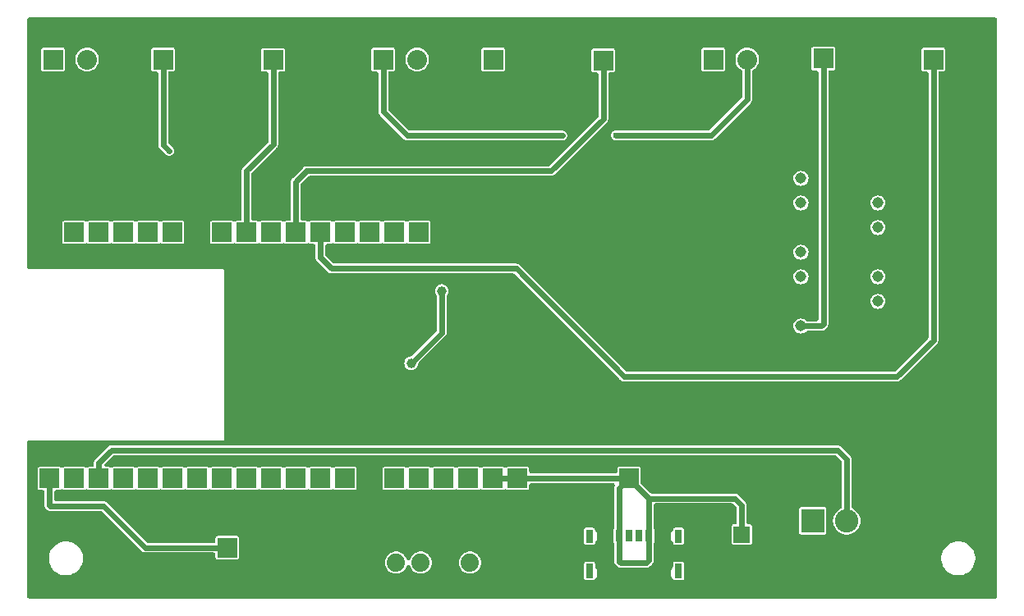
<source format=gtl>
G04 #@! TF.GenerationSoftware,KiCad,Pcbnew,7.0.6*
G04 #@! TF.CreationDate,2024-06-10T15:38:19+10:00*
G04 #@! TF.ProjectId,AnalogVoltMeterClock,416e616c-6f67-4566-9f6c-744d65746572,rev?*
G04 #@! TF.SameCoordinates,Original*
G04 #@! TF.FileFunction,Copper,L1,Top*
G04 #@! TF.FilePolarity,Positive*
%FSLAX46Y46*%
G04 Gerber Fmt 4.6, Leading zero omitted, Abs format (unit mm)*
G04 Created by KiCad (PCBNEW 7.0.6) date 2024-06-10 15:38:19*
%MOMM*%
%LPD*%
G01*
G04 APERTURE LIST*
G04 #@! TA.AperFunction,ComponentPad*
%ADD10R,2.000000X2.000000*%
G04 #@! TD*
G04 #@! TA.AperFunction,ComponentPad*
%ADD11R,1.140000X1.140000*%
G04 #@! TD*
G04 #@! TA.AperFunction,ComponentPad*
%ADD12C,1.140000*%
G04 #@! TD*
G04 #@! TA.AperFunction,SMDPad,CuDef*
%ADD13R,2.000000X2.000000*%
G04 #@! TD*
G04 #@! TA.AperFunction,ComponentPad*
%ADD14R,1.700000X1.700000*%
G04 #@! TD*
G04 #@! TA.AperFunction,ComponentPad*
%ADD15O,1.700000X1.700000*%
G04 #@! TD*
G04 #@! TA.AperFunction,ComponentPad*
%ADD16R,2.032000X2.032000*%
G04 #@! TD*
G04 #@! TA.AperFunction,ComponentPad*
%ADD17C,2.032000*%
G04 #@! TD*
G04 #@! TA.AperFunction,SMDPad,CuDef*
%ADD18R,0.700000X1.200000*%
G04 #@! TD*
G04 #@! TA.AperFunction,SMDPad,CuDef*
%ADD19R,0.760000X1.200000*%
G04 #@! TD*
G04 #@! TA.AperFunction,SMDPad,CuDef*
%ADD20R,0.800000X1.200000*%
G04 #@! TD*
G04 #@! TA.AperFunction,SMDPad,CuDef*
%ADD21R,0.725000X1.350000*%
G04 #@! TD*
G04 #@! TA.AperFunction,SMDPad,CuDef*
%ADD22R,0.715000X1.500000*%
G04 #@! TD*
G04 #@! TA.AperFunction,SMDPad,CuDef*
%ADD23R,0.705000X1.500000*%
G04 #@! TD*
G04 #@! TA.AperFunction,SMDPad,CuDef*
%ADD24R,0.715000X1.350000*%
G04 #@! TD*
G04 #@! TA.AperFunction,ComponentPad*
%ADD25R,2.413000X2.413000*%
G04 #@! TD*
G04 #@! TA.AperFunction,ComponentPad*
%ADD26C,2.413000*%
G04 #@! TD*
G04 #@! TA.AperFunction,ComponentPad*
%ADD27C,1.879600*%
G04 #@! TD*
G04 #@! TA.AperFunction,ViaPad*
%ADD28C,0.600000*%
G04 #@! TD*
G04 #@! TA.AperFunction,ViaPad*
%ADD29C,1.000000*%
G04 #@! TD*
G04 #@! TA.AperFunction,Conductor*
%ADD30C,0.600000*%
G04 #@! TD*
G04 APERTURE END LIST*
D10*
X127560000Y-92180000D03*
X125020000Y-92180000D03*
X122480000Y-92180000D03*
X119940000Y-92180000D03*
X117400000Y-92180000D03*
X114860000Y-92180000D03*
X112320000Y-92180000D03*
X109780000Y-92180000D03*
X107240000Y-92180000D03*
X104700000Y-92180000D03*
X102160000Y-92180000D03*
X99620000Y-92180000D03*
X97080000Y-92180000D03*
X94540000Y-92180000D03*
X92000000Y-92180000D03*
X89460000Y-92180000D03*
X86920000Y-92180000D03*
X84380000Y-92180000D03*
X81840000Y-92180000D03*
X79300000Y-92180000D03*
X79300000Y-117580000D03*
X81840000Y-117580000D03*
X84380000Y-117580000D03*
X86920000Y-117580000D03*
X89460000Y-117580000D03*
X92000000Y-117580000D03*
X94540000Y-117580000D03*
X97080000Y-117580000D03*
X99620000Y-117580000D03*
X102160000Y-117580000D03*
X104700000Y-117580000D03*
X107240000Y-117580000D03*
X109780000Y-117580000D03*
X112320000Y-117580000D03*
X114860000Y-117580000D03*
X117400000Y-117580000D03*
X119940000Y-117580000D03*
X122480000Y-117580000D03*
X125020000Y-117580000D03*
X127560000Y-117580000D03*
D11*
X164720000Y-101860000D03*
D12*
X164720000Y-99320000D03*
X164720000Y-96780000D03*
X164720000Y-94240000D03*
X164720000Y-91700000D03*
X164720000Y-89160000D03*
X164720000Y-86620000D03*
X156780000Y-86620000D03*
X156780000Y-89160000D03*
X156780000Y-91700000D03*
X156780000Y-94240000D03*
X156780000Y-96780000D03*
X156780000Y-99320000D03*
X156780000Y-101860000D03*
D13*
X139030000Y-117590000D03*
D14*
X150670000Y-123390000D03*
D15*
X150670000Y-125930000D03*
D16*
X147740000Y-74350000D03*
D17*
X151240000Y-74350000D03*
D16*
X79670000Y-74350000D03*
D17*
X83170000Y-74350000D03*
D16*
X113705000Y-74350000D03*
D17*
X117205000Y-74350000D03*
D16*
X159085000Y-74250000D03*
D17*
X162585000Y-74250000D03*
D16*
X125050000Y-74350000D03*
D17*
X128550000Y-74350000D03*
D13*
X97620000Y-124730000D03*
D18*
X139070000Y-123507500D03*
D19*
X141090000Y-123507500D03*
D20*
X142320000Y-123507500D03*
D18*
X140070000Y-123507500D03*
D19*
X138050000Y-123507500D03*
D20*
X136820000Y-123507500D03*
D21*
X134982500Y-123562500D03*
D22*
X134987500Y-127142500D03*
D23*
X144147500Y-127142500D03*
D24*
X144152500Y-123562500D03*
D16*
X91015000Y-74350000D03*
D17*
X94515000Y-74350000D03*
D25*
X158000000Y-121970000D03*
D26*
X161500000Y-121970000D03*
X165000000Y-121970000D03*
D16*
X136395000Y-74450000D03*
D17*
X139895000Y-74450000D03*
D27*
X122660000Y-126270000D03*
X120120000Y-126270000D03*
X117580000Y-126270000D03*
X115040000Y-126270000D03*
D16*
X170430000Y-74350000D03*
D17*
X173930000Y-74350000D03*
D16*
X102360000Y-74380000D03*
D17*
X105860000Y-74380000D03*
D13*
X143060000Y-103250000D03*
D28*
X91640000Y-83790000D03*
X132180000Y-82200000D03*
X137700000Y-82190000D03*
D29*
X119740000Y-98240000D03*
X116590000Y-105700000D03*
D30*
X170430000Y-74350000D02*
X170430000Y-103340000D01*
X107240000Y-94810000D02*
X107240000Y-92180000D01*
X138560000Y-107080000D02*
X127410000Y-95930000D01*
X166690000Y-107080000D02*
X138560000Y-107080000D01*
X108360000Y-95930000D02*
X107240000Y-94810000D01*
X127410000Y-95930000D02*
X108360000Y-95930000D01*
X170430000Y-103340000D02*
X166690000Y-107080000D01*
X136395000Y-80485000D02*
X131020000Y-85860000D01*
X131020000Y-85860000D02*
X105810000Y-85860000D01*
X136395000Y-74450000D02*
X136395000Y-80485000D01*
X104700000Y-86970000D02*
X104700000Y-92180000D01*
X105810000Y-85860000D02*
X104700000Y-86970000D01*
X99620000Y-85840000D02*
X99620000Y-92180000D01*
X102360000Y-83100000D02*
X99620000Y-85840000D01*
X102360000Y-74380000D02*
X102360000Y-83100000D01*
X150670000Y-120390000D02*
X150670000Y-123390000D01*
X138190000Y-126300000D02*
X138180000Y-126310000D01*
X127570000Y-117590000D02*
X127560000Y-117580000D01*
X125020000Y-117580000D02*
X127560000Y-117580000D01*
X141090000Y-119650000D02*
X149930000Y-119650000D01*
X158890000Y-101860000D02*
X156780000Y-101860000D01*
X91015000Y-74350000D02*
X91015000Y-83165000D01*
X138050000Y-123507500D02*
X138050000Y-118570000D01*
X139030000Y-117590000D02*
X141090000Y-119650000D01*
X139030000Y-117590000D02*
X127570000Y-117590000D01*
X159085000Y-101665000D02*
X158890000Y-101860000D01*
X125030000Y-117590000D02*
X125020000Y-117580000D01*
X91015000Y-83165000D02*
X91640000Y-83790000D01*
X149930000Y-119650000D02*
X150670000Y-120390000D01*
X159085000Y-74250000D02*
X159085000Y-101665000D01*
X138050000Y-118570000D02*
X139030000Y-117590000D01*
X138050000Y-123507500D02*
X138050000Y-126180000D01*
X138050000Y-126180000D02*
X138180000Y-126310000D01*
X140840000Y-126300000D02*
X138190000Y-126300000D01*
X141090000Y-123507500D02*
X141090000Y-126050000D01*
X141090000Y-123507500D02*
X141090000Y-119650000D01*
X141090000Y-126050000D02*
X140840000Y-126300000D01*
X113705000Y-74350000D02*
X113705000Y-79715000D01*
X113705000Y-79715000D02*
X116190000Y-82200000D01*
X147510000Y-82190000D02*
X137710000Y-82190000D01*
X137710000Y-82190000D02*
X137700000Y-82190000D01*
X151240000Y-78460000D02*
X147510000Y-82190000D01*
X116190000Y-82200000D02*
X132180000Y-82200000D01*
X151240000Y-74350000D02*
X151240000Y-78460000D01*
X161500000Y-115630000D02*
X161500000Y-121970000D01*
X84380000Y-115980000D02*
X84380000Y-117580000D01*
X160560000Y-114690000D02*
X161500000Y-115630000D01*
X160560000Y-114690000D02*
X85670000Y-114690000D01*
X85670000Y-114690000D02*
X84380000Y-115980000D01*
X89140000Y-124730000D02*
X84840000Y-120430000D01*
X79300000Y-120400000D02*
X79300000Y-117580000D01*
X119740000Y-102550000D02*
X116590000Y-105700000D01*
X97620000Y-124730000D02*
X89140000Y-124730000D01*
X79330000Y-120430000D02*
X79300000Y-120400000D01*
X84840000Y-120430000D02*
X79330000Y-120430000D01*
X119740000Y-98240000D02*
X119740000Y-102550000D01*
G04 #@! TA.AperFunction,Conductor*
G36*
X176886843Y-70039707D02*
G01*
X176956084Y-70094926D01*
X176994511Y-70174718D01*
X176999500Y-70219000D01*
X176999500Y-129781000D01*
X176979793Y-129867343D01*
X176924574Y-129936584D01*
X176844782Y-129975011D01*
X176800500Y-129980000D01*
X77209000Y-129980000D01*
X77122657Y-129960293D01*
X77053416Y-129905074D01*
X77014989Y-129825282D01*
X77010000Y-129781000D01*
X77010000Y-127912249D01*
X134429500Y-127912249D01*
X134441133Y-127970732D01*
X134485447Y-128037052D01*
X134551767Y-128081366D01*
X134551769Y-128081367D01*
X134586984Y-128088371D01*
X134610250Y-128093000D01*
X134610252Y-128093000D01*
X135364750Y-128093000D01*
X135384155Y-128089139D01*
X135423231Y-128081367D01*
X135489552Y-128037052D01*
X135533867Y-127970731D01*
X135533866Y-127970731D01*
X135539504Y-127962295D01*
X135564252Y-127932139D01*
X135568339Y-127928051D01*
X135568342Y-127928050D01*
X135658050Y-127838342D01*
X135715646Y-127725304D01*
X135730500Y-127631519D01*
X135730500Y-127631518D01*
X143409500Y-127631518D01*
X143424353Y-127725300D01*
X143424355Y-127725307D01*
X143481949Y-127838342D01*
X143575750Y-127932143D01*
X143600498Y-127962298D01*
X143650447Y-128037052D01*
X143716767Y-128081366D01*
X143716769Y-128081367D01*
X143751983Y-128088371D01*
X143775250Y-128093000D01*
X143775252Y-128093000D01*
X144519750Y-128093000D01*
X144539155Y-128089139D01*
X144578231Y-128081367D01*
X144644552Y-128037052D01*
X144688867Y-127970731D01*
X144700500Y-127912248D01*
X144700500Y-126372752D01*
X144700281Y-126371653D01*
X144695871Y-126349483D01*
X144688867Y-126314269D01*
X144683917Y-126306861D01*
X144644552Y-126247947D01*
X144578232Y-126203633D01*
X144519750Y-126192000D01*
X144519748Y-126192000D01*
X143775252Y-126192000D01*
X143775250Y-126192000D01*
X143716767Y-126203633D01*
X143650447Y-126247947D01*
X143606133Y-126314267D01*
X143594500Y-126372750D01*
X143594500Y-126666679D01*
X143574793Y-126753022D01*
X143536214Y-126807393D01*
X143481950Y-126861656D01*
X143481949Y-126861657D01*
X143424355Y-126974692D01*
X143424353Y-126974699D01*
X143409500Y-127068481D01*
X143409500Y-127631518D01*
X135730500Y-127631518D01*
X135730500Y-127068481D01*
X135715646Y-126974696D01*
X135700248Y-126944476D01*
X135658050Y-126861657D01*
X135603786Y-126807393D01*
X135556667Y-126732405D01*
X135545500Y-126666679D01*
X135545500Y-126372750D01*
X135540871Y-126349483D01*
X135533867Y-126314269D01*
X135528917Y-126306861D01*
X135489552Y-126247947D01*
X135423232Y-126203633D01*
X135364750Y-126192000D01*
X135364748Y-126192000D01*
X134610252Y-126192000D01*
X134610250Y-126192000D01*
X134551767Y-126203633D01*
X134485447Y-126247947D01*
X134441133Y-126314267D01*
X134429500Y-126372750D01*
X134429500Y-127912249D01*
X77010000Y-127912249D01*
X77010000Y-125981183D01*
X79249500Y-125981183D01*
X79288603Y-126240608D01*
X79288606Y-126240623D01*
X79365938Y-126491327D01*
X79425909Y-126615856D01*
X79478651Y-126725377D01*
X79479772Y-126727703D01*
X79479776Y-126727711D01*
X79627564Y-126944476D01*
X79806015Y-127136801D01*
X79806021Y-127136807D01*
X79865043Y-127183875D01*
X80011141Y-127300384D01*
X80011141Y-127300385D01*
X80238359Y-127431569D01*
X80281585Y-127448533D01*
X80482584Y-127527420D01*
X80738370Y-127585802D01*
X80875709Y-127596093D01*
X80934502Y-127600500D01*
X80934506Y-127600500D01*
X81065498Y-127600500D01*
X81120191Y-127596401D01*
X81261630Y-127585802D01*
X81517416Y-127527420D01*
X81761643Y-127431568D01*
X81988857Y-127300386D01*
X82193981Y-127136805D01*
X82372433Y-126944479D01*
X82520228Y-126727704D01*
X82634063Y-126491323D01*
X82702332Y-126270000D01*
X113894815Y-126270000D01*
X113914313Y-126480423D01*
X113914315Y-126480433D01*
X113972144Y-126683683D01*
X114066343Y-126872861D01*
X114066344Y-126872863D01*
X114193695Y-127041502D01*
X114193698Y-127041506D01*
X114349869Y-127183875D01*
X114349880Y-127183883D01*
X114508017Y-127281797D01*
X114529547Y-127295128D01*
X114543117Y-127300385D01*
X114726599Y-127371466D01*
X114726601Y-127371467D01*
X114726603Y-127371467D01*
X114726605Y-127371468D01*
X114934336Y-127410300D01*
X114934338Y-127410300D01*
X115145662Y-127410300D01*
X115145664Y-127410300D01*
X115353395Y-127371468D01*
X115550453Y-127295128D01*
X115665540Y-127223868D01*
X115730119Y-127183883D01*
X115730122Y-127183880D01*
X115730128Y-127183877D01*
X115886302Y-127041506D01*
X116013656Y-126872862D01*
X116107853Y-126683689D01*
X116107855Y-126683683D01*
X116107856Y-126683681D01*
X116118597Y-126645931D01*
X116161180Y-126568277D01*
X116233239Y-126516789D01*
X116320502Y-126501666D01*
X116405684Y-126525903D01*
X116471915Y-126584698D01*
X116501403Y-126645931D01*
X116512143Y-126683681D01*
X116606343Y-126872861D01*
X116606344Y-126872863D01*
X116733695Y-127041502D01*
X116733698Y-127041506D01*
X116889869Y-127183875D01*
X116889880Y-127183883D01*
X117048017Y-127281797D01*
X117069547Y-127295128D01*
X117083117Y-127300385D01*
X117266599Y-127371466D01*
X117266601Y-127371467D01*
X117266603Y-127371467D01*
X117266605Y-127371468D01*
X117474336Y-127410300D01*
X117474338Y-127410300D01*
X117685662Y-127410300D01*
X117685664Y-127410300D01*
X117893395Y-127371468D01*
X118090453Y-127295128D01*
X118205540Y-127223868D01*
X118270119Y-127183883D01*
X118270122Y-127183880D01*
X118270128Y-127183877D01*
X118426302Y-127041506D01*
X118553656Y-126872862D01*
X118647853Y-126683689D01*
X118647856Y-126683681D01*
X118680625Y-126568507D01*
X118705686Y-126480427D01*
X118725185Y-126270000D01*
X121514815Y-126270000D01*
X121534313Y-126480423D01*
X121534315Y-126480433D01*
X121592144Y-126683683D01*
X121686343Y-126872861D01*
X121686344Y-126872863D01*
X121813695Y-127041502D01*
X121813698Y-127041506D01*
X121969869Y-127183875D01*
X121969880Y-127183883D01*
X122128017Y-127281797D01*
X122149547Y-127295128D01*
X122163117Y-127300385D01*
X122346599Y-127371466D01*
X122346601Y-127371467D01*
X122346603Y-127371467D01*
X122346605Y-127371468D01*
X122554336Y-127410300D01*
X122554338Y-127410300D01*
X122765662Y-127410300D01*
X122765664Y-127410300D01*
X122973395Y-127371468D01*
X123170453Y-127295128D01*
X123285540Y-127223868D01*
X123350119Y-127183883D01*
X123350122Y-127183880D01*
X123350128Y-127183877D01*
X123506302Y-127041506D01*
X123633656Y-126872862D01*
X123727853Y-126683689D01*
X123727856Y-126683681D01*
X123760625Y-126568507D01*
X123785686Y-126480427D01*
X123805185Y-126270000D01*
X123803141Y-126247947D01*
X123794758Y-126157479D01*
X123785686Y-126059573D01*
X123745652Y-125918867D01*
X123727855Y-125856316D01*
X123689751Y-125779793D01*
X123633656Y-125667138D01*
X123633655Y-125667136D01*
X123506304Y-125498497D01*
X123506301Y-125498493D01*
X123350130Y-125356124D01*
X123350119Y-125356116D01*
X123170455Y-125244873D01*
X123170444Y-125244868D01*
X122973400Y-125168533D01*
X122973398Y-125168532D01*
X122848756Y-125145232D01*
X122765664Y-125129700D01*
X122554336Y-125129700D01*
X122485092Y-125142644D01*
X122346601Y-125168532D01*
X122346599Y-125168533D01*
X122149555Y-125244868D01*
X122149544Y-125244873D01*
X121969880Y-125356116D01*
X121969869Y-125356124D01*
X121813698Y-125498493D01*
X121813695Y-125498497D01*
X121686344Y-125667136D01*
X121686343Y-125667138D01*
X121592144Y-125856316D01*
X121534315Y-126059566D01*
X121534313Y-126059576D01*
X121514815Y-126269999D01*
X121514815Y-126270000D01*
X118725185Y-126270000D01*
X118723141Y-126247947D01*
X118714758Y-126157479D01*
X118705686Y-126059573D01*
X118665652Y-125918867D01*
X118647855Y-125856316D01*
X118609751Y-125779793D01*
X118553656Y-125667138D01*
X118553655Y-125667136D01*
X118426304Y-125498497D01*
X118426301Y-125498493D01*
X118270130Y-125356124D01*
X118270119Y-125356116D01*
X118090455Y-125244873D01*
X118090444Y-125244868D01*
X117893400Y-125168533D01*
X117893398Y-125168532D01*
X117768756Y-125145232D01*
X117685664Y-125129700D01*
X117474336Y-125129700D01*
X117405092Y-125142644D01*
X117266601Y-125168532D01*
X117266599Y-125168533D01*
X117069555Y-125244868D01*
X117069544Y-125244873D01*
X116889880Y-125356116D01*
X116889869Y-125356124D01*
X116733698Y-125498493D01*
X116733695Y-125498497D01*
X116606344Y-125667136D01*
X116606343Y-125667138D01*
X116512145Y-125856315D01*
X116501403Y-125894070D01*
X116458819Y-125971723D01*
X116386760Y-126023210D01*
X116299497Y-126038333D01*
X116214315Y-126014096D01*
X116148084Y-125955300D01*
X116118597Y-125894070D01*
X116107854Y-125856315D01*
X116107853Y-125856311D01*
X116013656Y-125667138D01*
X116013655Y-125667136D01*
X115886304Y-125498497D01*
X115886301Y-125498493D01*
X115730130Y-125356124D01*
X115730119Y-125356116D01*
X115550455Y-125244873D01*
X115550444Y-125244868D01*
X115353400Y-125168533D01*
X115353398Y-125168532D01*
X115228756Y-125145232D01*
X115145664Y-125129700D01*
X114934336Y-125129700D01*
X114865092Y-125142644D01*
X114726601Y-125168532D01*
X114726599Y-125168533D01*
X114529555Y-125244868D01*
X114529544Y-125244873D01*
X114349880Y-125356116D01*
X114349869Y-125356124D01*
X114193698Y-125498493D01*
X114193695Y-125498497D01*
X114066344Y-125667136D01*
X114066343Y-125667138D01*
X113972144Y-125856316D01*
X113914315Y-126059566D01*
X113914313Y-126059576D01*
X113894815Y-126269999D01*
X113894815Y-126270000D01*
X82702332Y-126270000D01*
X82711396Y-126240615D01*
X82750500Y-125981182D01*
X82750500Y-125718818D01*
X82745680Y-125686843D01*
X82717291Y-125498497D01*
X82711396Y-125459385D01*
X82634063Y-125208677D01*
X82626367Y-125192697D01*
X82586167Y-125109220D01*
X82520228Y-124972296D01*
X82520223Y-124972288D01*
X82372435Y-124755523D01*
X82193984Y-124563198D01*
X82193978Y-124563192D01*
X82040126Y-124440500D01*
X81988858Y-124399614D01*
X81761640Y-124268430D01*
X81574778Y-124195093D01*
X81517416Y-124172580D01*
X81453469Y-124157984D01*
X81261633Y-124114198D01*
X81065498Y-124099500D01*
X81065494Y-124099500D01*
X80934506Y-124099500D01*
X80934502Y-124099500D01*
X80738366Y-124114198D01*
X80482584Y-124172580D01*
X80238360Y-124268430D01*
X80238359Y-124268430D01*
X80011141Y-124399614D01*
X80011141Y-124399615D01*
X79806021Y-124563192D01*
X79806015Y-124563198D01*
X79627564Y-124755523D01*
X79479776Y-124972288D01*
X79479772Y-124972296D01*
X79365938Y-125208672D01*
X79288606Y-125459376D01*
X79288603Y-125459391D01*
X79249500Y-125718816D01*
X79249500Y-125981183D01*
X77010000Y-125981183D01*
X77010000Y-118599749D01*
X78099500Y-118599749D01*
X78111133Y-118658232D01*
X78155447Y-118724552D01*
X78221767Y-118768866D01*
X78221769Y-118768867D01*
X78256983Y-118775871D01*
X78280250Y-118780500D01*
X78280252Y-118780500D01*
X78600500Y-118780500D01*
X78686843Y-118800207D01*
X78756084Y-118855426D01*
X78794511Y-118935218D01*
X78799500Y-118979500D01*
X78799500Y-120324792D01*
X78796332Y-120354255D01*
X78795640Y-120363924D01*
X78799246Y-120414335D01*
X78799500Y-120421436D01*
X78799500Y-120435798D01*
X78801544Y-120450018D01*
X78802302Y-120457074D01*
X78805909Y-120507483D01*
X78807968Y-120516949D01*
X78812111Y-120533181D01*
X78814835Y-120542459D01*
X78835824Y-120588417D01*
X78838542Y-120594979D01*
X78850549Y-120627170D01*
X78854979Y-120639048D01*
X78856205Y-120642333D01*
X78860845Y-120650831D01*
X78869377Y-120665211D01*
X78874623Y-120673374D01*
X78907711Y-120711559D01*
X78912170Y-120717093D01*
X78920782Y-120728597D01*
X78922914Y-120730729D01*
X78941501Y-120753793D01*
X78947857Y-120761128D01*
X78948351Y-120761556D01*
X78968442Y-120781647D01*
X78968871Y-120782142D01*
X78976214Y-120788505D01*
X78999273Y-120807087D01*
X79001405Y-120809219D01*
X79001410Y-120809223D01*
X79012906Y-120817829D01*
X79018441Y-120822289D01*
X79056623Y-120855374D01*
X79056625Y-120855375D01*
X79056627Y-120855377D01*
X79056629Y-120855378D01*
X79064802Y-120860630D01*
X79079144Y-120869140D01*
X79087664Y-120873791D01*
X79087669Y-120873795D01*
X79132920Y-120890672D01*
X79135017Y-120891455D01*
X79141571Y-120894170D01*
X79180804Y-120912087D01*
X79187545Y-120915166D01*
X79196877Y-120917906D01*
X79212978Y-120922015D01*
X79222512Y-120924089D01*
X79222517Y-120924091D01*
X79272921Y-120927695D01*
X79279972Y-120928454D01*
X79294198Y-120930500D01*
X79294201Y-120930500D01*
X79308574Y-120930500D01*
X79315674Y-120930754D01*
X79354248Y-120933512D01*
X79366073Y-120934358D01*
X79366073Y-120934357D01*
X79366075Y-120934358D01*
X79375764Y-120933665D01*
X79405203Y-120930500D01*
X84550258Y-120930500D01*
X84636601Y-120950207D01*
X84690972Y-120988786D01*
X88732911Y-125030724D01*
X88751506Y-125053799D01*
X88757858Y-125061130D01*
X88796060Y-125094232D01*
X88801259Y-125099072D01*
X88811403Y-125109217D01*
X88811406Y-125109219D01*
X88811407Y-125109220D01*
X88822923Y-125117841D01*
X88828431Y-125122280D01*
X88866627Y-125155377D01*
X88866631Y-125155378D01*
X88874807Y-125160633D01*
X88889160Y-125169149D01*
X88897673Y-125173798D01*
X88945021Y-125191457D01*
X88951587Y-125194177D01*
X88997543Y-125215165D01*
X89006883Y-125217907D01*
X89023013Y-125222024D01*
X89032513Y-125224090D01*
X89032514Y-125224090D01*
X89032517Y-125224091D01*
X89082938Y-125227697D01*
X89089973Y-125228454D01*
X89104201Y-125230500D01*
X89118564Y-125230500D01*
X89125665Y-125230754D01*
X89157958Y-125233063D01*
X89176073Y-125234359D01*
X89176073Y-125234358D01*
X89176077Y-125234359D01*
X89185754Y-125233667D01*
X89215209Y-125230500D01*
X96220500Y-125230500D01*
X96306843Y-125250207D01*
X96376084Y-125305426D01*
X96414511Y-125385218D01*
X96419500Y-125429500D01*
X96419500Y-125749749D01*
X96431133Y-125808232D01*
X96475447Y-125874552D01*
X96541767Y-125918866D01*
X96541769Y-125918867D01*
X96576983Y-125925871D01*
X96600250Y-125930500D01*
X96600252Y-125930500D01*
X98639750Y-125930500D01*
X98659155Y-125926639D01*
X98698231Y-125918867D01*
X98764552Y-125874552D01*
X98808867Y-125808231D01*
X98820500Y-125749748D01*
X98820500Y-124257249D01*
X134419500Y-124257249D01*
X134431133Y-124315732D01*
X134475447Y-124382052D01*
X134541767Y-124426366D01*
X134541769Y-124426367D01*
X134576983Y-124433371D01*
X134600250Y-124438000D01*
X134600252Y-124438000D01*
X135364750Y-124438000D01*
X135384155Y-124434139D01*
X135423231Y-124426367D01*
X135489552Y-124382052D01*
X135533867Y-124315731D01*
X135545500Y-124257248D01*
X135545500Y-124257244D01*
X135546458Y-124247524D01*
X135548489Y-124247723D01*
X135565207Y-124174477D01*
X135603787Y-124120105D01*
X135624392Y-124099500D01*
X135673050Y-124050842D01*
X135730646Y-123937804D01*
X135745500Y-123844019D01*
X135745500Y-123280981D01*
X135730646Y-123187196D01*
X135712677Y-123151930D01*
X135673050Y-123074157D01*
X135603786Y-123004893D01*
X135556667Y-122929905D01*
X135547737Y-122877349D01*
X135546458Y-122877476D01*
X135545500Y-122867754D01*
X135545500Y-122867752D01*
X135533867Y-122809269D01*
X135533866Y-122809267D01*
X135489552Y-122742947D01*
X135423232Y-122698633D01*
X135364750Y-122687000D01*
X135364748Y-122687000D01*
X134600252Y-122687000D01*
X134600250Y-122687000D01*
X134541767Y-122698633D01*
X134475447Y-122742947D01*
X134431133Y-122809267D01*
X134419500Y-122867750D01*
X134419500Y-124257249D01*
X98820500Y-124257249D01*
X98820500Y-123710252D01*
X98808867Y-123651769D01*
X98808866Y-123651767D01*
X98764552Y-123585447D01*
X98698232Y-123541133D01*
X98639750Y-123529500D01*
X98639748Y-123529500D01*
X96600252Y-123529500D01*
X96600250Y-123529500D01*
X96541767Y-123541133D01*
X96475447Y-123585447D01*
X96431133Y-123651767D01*
X96419500Y-123710250D01*
X96419500Y-124030500D01*
X96399793Y-124116843D01*
X96344574Y-124186084D01*
X96264782Y-124224511D01*
X96220500Y-124229500D01*
X89429741Y-124229500D01*
X89343398Y-124209793D01*
X89289027Y-124171214D01*
X85247087Y-120129273D01*
X85228507Y-120106217D01*
X85222143Y-120098872D01*
X85183946Y-120065773D01*
X85178747Y-120060933D01*
X85168596Y-120050781D01*
X85157093Y-120042170D01*
X85151559Y-120037711D01*
X85113374Y-120004623D01*
X85105211Y-119999377D01*
X85090831Y-119990845D01*
X85082333Y-119986205D01*
X85082331Y-119986204D01*
X85067170Y-119980549D01*
X85034979Y-119968542D01*
X85028417Y-119965824D01*
X84982459Y-119944835D01*
X84973181Y-119942111D01*
X84956949Y-119937968D01*
X84947483Y-119935909D01*
X84897074Y-119932302D01*
X84890018Y-119931544D01*
X84875799Y-119929500D01*
X84875798Y-119929500D01*
X84861436Y-119929500D01*
X84854335Y-119929246D01*
X84803922Y-119925640D01*
X84794245Y-119926332D01*
X84764791Y-119929500D01*
X79999500Y-119929500D01*
X79913157Y-119909793D01*
X79843916Y-119854574D01*
X79805489Y-119774782D01*
X79800500Y-119730500D01*
X79800500Y-118979500D01*
X79820207Y-118893157D01*
X79875426Y-118823916D01*
X79955218Y-118785489D01*
X79999500Y-118780500D01*
X80319750Y-118780500D01*
X80339155Y-118776639D01*
X80378231Y-118768867D01*
X80444552Y-118724552D01*
X80444552Y-118724551D01*
X80459440Y-118714604D01*
X80542180Y-118683019D01*
X80630430Y-118690462D01*
X80680560Y-118714604D01*
X80761767Y-118768866D01*
X80761769Y-118768867D01*
X80796983Y-118775871D01*
X80820250Y-118780500D01*
X80820252Y-118780500D01*
X82859750Y-118780500D01*
X82879155Y-118776639D01*
X82918231Y-118768867D01*
X82984552Y-118724552D01*
X82984552Y-118724551D01*
X82999440Y-118714604D01*
X83082180Y-118683019D01*
X83170430Y-118690462D01*
X83220560Y-118714604D01*
X83301767Y-118768866D01*
X83301769Y-118768867D01*
X83336983Y-118775871D01*
X83360250Y-118780500D01*
X83360252Y-118780500D01*
X85399750Y-118780500D01*
X85419155Y-118776639D01*
X85458231Y-118768867D01*
X85524552Y-118724552D01*
X85524552Y-118724551D01*
X85539440Y-118714604D01*
X85622180Y-118683019D01*
X85710430Y-118690462D01*
X85760560Y-118714604D01*
X85841767Y-118768866D01*
X85841769Y-118768867D01*
X85876984Y-118775871D01*
X85900250Y-118780500D01*
X85900252Y-118780500D01*
X87939750Y-118780500D01*
X87959155Y-118776639D01*
X87998231Y-118768867D01*
X88064552Y-118724552D01*
X88064552Y-118724551D01*
X88079440Y-118714604D01*
X88162180Y-118683019D01*
X88250430Y-118690462D01*
X88300560Y-118714604D01*
X88381767Y-118768866D01*
X88381769Y-118768867D01*
X88416983Y-118775871D01*
X88440250Y-118780500D01*
X88440252Y-118780500D01*
X90479750Y-118780500D01*
X90499155Y-118776639D01*
X90538231Y-118768867D01*
X90604552Y-118724552D01*
X90604552Y-118724551D01*
X90619440Y-118714604D01*
X90702180Y-118683019D01*
X90790430Y-118690462D01*
X90840560Y-118714604D01*
X90921767Y-118768866D01*
X90921769Y-118768867D01*
X90956983Y-118775871D01*
X90980250Y-118780500D01*
X90980252Y-118780500D01*
X93019750Y-118780500D01*
X93034320Y-118777601D01*
X93078231Y-118768867D01*
X93144552Y-118724552D01*
X93144553Y-118724549D01*
X93159438Y-118714604D01*
X93242178Y-118683019D01*
X93330428Y-118690462D01*
X93380559Y-118714603D01*
X93395447Y-118724551D01*
X93395448Y-118724552D01*
X93461769Y-118768867D01*
X93503606Y-118777188D01*
X93520250Y-118780500D01*
X93520252Y-118780500D01*
X95559750Y-118780500D01*
X95579155Y-118776639D01*
X95618231Y-118768867D01*
X95684552Y-118724552D01*
X95684552Y-118724551D01*
X95699440Y-118714604D01*
X95782180Y-118683019D01*
X95870430Y-118690462D01*
X95920560Y-118714604D01*
X96001767Y-118768866D01*
X96001769Y-118768867D01*
X96036984Y-118775871D01*
X96060250Y-118780500D01*
X96060252Y-118780500D01*
X98099750Y-118780500D01*
X98119155Y-118776639D01*
X98158231Y-118768867D01*
X98224552Y-118724552D01*
X98224552Y-118724551D01*
X98239440Y-118714604D01*
X98322180Y-118683019D01*
X98410430Y-118690462D01*
X98460560Y-118714604D01*
X98541767Y-118768866D01*
X98541769Y-118768867D01*
X98576983Y-118775871D01*
X98600250Y-118780500D01*
X98600252Y-118780500D01*
X100639750Y-118780500D01*
X100659155Y-118776639D01*
X100698231Y-118768867D01*
X100764552Y-118724552D01*
X100764552Y-118724551D01*
X100779440Y-118714604D01*
X100862180Y-118683019D01*
X100950430Y-118690462D01*
X101000560Y-118714604D01*
X101081767Y-118768866D01*
X101081769Y-118768867D01*
X101116983Y-118775871D01*
X101140250Y-118780500D01*
X101140252Y-118780500D01*
X103179750Y-118780500D01*
X103194320Y-118777601D01*
X103238231Y-118768867D01*
X103304552Y-118724552D01*
X103304553Y-118724549D01*
X103319438Y-118714604D01*
X103402178Y-118683019D01*
X103490428Y-118690462D01*
X103540559Y-118714603D01*
X103555447Y-118724551D01*
X103555448Y-118724552D01*
X103621769Y-118768867D01*
X103663606Y-118777188D01*
X103680250Y-118780500D01*
X103680252Y-118780500D01*
X105719750Y-118780500D01*
X105739155Y-118776639D01*
X105778231Y-118768867D01*
X105844552Y-118724552D01*
X105844552Y-118724551D01*
X105859440Y-118714604D01*
X105942180Y-118683019D01*
X106030430Y-118690462D01*
X106080560Y-118714604D01*
X106161767Y-118768866D01*
X106161769Y-118768867D01*
X106196984Y-118775871D01*
X106220250Y-118780500D01*
X106220252Y-118780500D01*
X108259750Y-118780500D01*
X108279155Y-118776639D01*
X108318231Y-118768867D01*
X108384552Y-118724552D01*
X108384552Y-118724551D01*
X108399440Y-118714604D01*
X108482180Y-118683019D01*
X108570430Y-118690462D01*
X108620560Y-118714604D01*
X108701767Y-118768866D01*
X108701769Y-118768867D01*
X108736983Y-118775871D01*
X108760250Y-118780500D01*
X108760252Y-118780500D01*
X110799750Y-118780500D01*
X110819155Y-118776639D01*
X110858231Y-118768867D01*
X110924552Y-118724552D01*
X110968867Y-118658231D01*
X110980500Y-118599749D01*
X113659500Y-118599749D01*
X113671133Y-118658232D01*
X113715447Y-118724552D01*
X113781767Y-118768866D01*
X113781769Y-118768867D01*
X113816983Y-118775871D01*
X113840250Y-118780500D01*
X113840252Y-118780500D01*
X115879750Y-118780500D01*
X115899155Y-118776639D01*
X115938231Y-118768867D01*
X116004552Y-118724552D01*
X116004552Y-118724551D01*
X116019440Y-118714604D01*
X116102180Y-118683019D01*
X116190430Y-118690462D01*
X116240560Y-118714604D01*
X116321767Y-118768866D01*
X116321769Y-118768867D01*
X116356984Y-118775871D01*
X116380250Y-118780500D01*
X116380252Y-118780500D01*
X118419750Y-118780500D01*
X118439155Y-118776639D01*
X118478231Y-118768867D01*
X118544552Y-118724552D01*
X118544552Y-118724551D01*
X118559440Y-118714604D01*
X118642180Y-118683019D01*
X118730430Y-118690462D01*
X118780560Y-118714604D01*
X118861767Y-118768866D01*
X118861769Y-118768867D01*
X118896983Y-118775871D01*
X118920250Y-118780500D01*
X118920252Y-118780500D01*
X120959750Y-118780500D01*
X120979155Y-118776639D01*
X121018231Y-118768867D01*
X121084552Y-118724552D01*
X121084552Y-118724551D01*
X121099440Y-118714604D01*
X121182180Y-118683019D01*
X121270430Y-118690462D01*
X121320560Y-118714604D01*
X121401767Y-118768866D01*
X121401769Y-118768867D01*
X121436983Y-118775871D01*
X121460250Y-118780500D01*
X121460252Y-118780500D01*
X123499750Y-118780500D01*
X123514320Y-118777601D01*
X123558231Y-118768867D01*
X123624552Y-118724552D01*
X123624553Y-118724549D01*
X123639438Y-118714604D01*
X123722178Y-118683019D01*
X123810428Y-118690462D01*
X123860559Y-118714603D01*
X123875447Y-118724551D01*
X123875448Y-118724552D01*
X123941769Y-118768867D01*
X123983606Y-118777188D01*
X124000250Y-118780500D01*
X124000252Y-118780500D01*
X126039750Y-118780500D01*
X126059155Y-118776639D01*
X126098231Y-118768867D01*
X126164552Y-118724552D01*
X126164552Y-118724551D01*
X126179440Y-118714604D01*
X126262180Y-118683019D01*
X126350430Y-118690462D01*
X126400560Y-118714604D01*
X126481767Y-118768866D01*
X126481769Y-118768867D01*
X126516984Y-118775871D01*
X126540250Y-118780500D01*
X126540252Y-118780500D01*
X128579750Y-118780500D01*
X128599155Y-118776639D01*
X128638231Y-118768867D01*
X128704552Y-118724552D01*
X128748867Y-118658231D01*
X128760500Y-118599748D01*
X128760500Y-118289499D01*
X128780207Y-118203157D01*
X128835426Y-118133916D01*
X128915218Y-118095489D01*
X128959500Y-118090500D01*
X137408049Y-118090500D01*
X137494392Y-118110207D01*
X137563633Y-118165426D01*
X137602060Y-118245218D01*
X137602060Y-118333782D01*
X137594497Y-118359057D01*
X137588540Y-118375025D01*
X137585824Y-118381581D01*
X137564835Y-118427540D01*
X137562114Y-118436808D01*
X137557966Y-118453060D01*
X137555909Y-118462516D01*
X137552302Y-118512927D01*
X137551544Y-118519983D01*
X137549500Y-118534201D01*
X137549500Y-118548564D01*
X137549246Y-118555665D01*
X137545641Y-118606073D01*
X137546332Y-118615754D01*
X137549500Y-118645209D01*
X137549500Y-122666585D01*
X137529793Y-122752928D01*
X137515962Y-122777144D01*
X137481133Y-122829267D01*
X137469500Y-122887750D01*
X137469500Y-124127249D01*
X137481133Y-124185732D01*
X137515962Y-124237856D01*
X137547546Y-124320596D01*
X137549500Y-124348415D01*
X137549500Y-126104792D01*
X137546332Y-126134255D01*
X137545640Y-126143924D01*
X137549246Y-126194335D01*
X137549500Y-126201436D01*
X137549500Y-126215798D01*
X137551544Y-126230018D01*
X137552302Y-126237074D01*
X137555909Y-126287483D01*
X137557968Y-126296949D01*
X137562111Y-126313181D01*
X137564835Y-126322459D01*
X137585824Y-126368417D01*
X137588542Y-126374979D01*
X137606205Y-126422333D01*
X137610845Y-126430831D01*
X137619377Y-126445211D01*
X137624623Y-126453374D01*
X137657711Y-126491559D01*
X137662170Y-126497093D01*
X137670781Y-126508596D01*
X137680933Y-126518747D01*
X137685773Y-126523946D01*
X137718872Y-126562143D01*
X137726217Y-126568507D01*
X137749273Y-126587087D01*
X137775209Y-126613023D01*
X137826398Y-126664212D01*
X137876978Y-126714792D01*
X137896221Y-126725299D01*
X137920107Y-126740649D01*
X137937669Y-126753796D01*
X137958222Y-126761461D01*
X137984034Y-126773249D01*
X138003294Y-126783766D01*
X138024729Y-126788428D01*
X138051969Y-126796427D01*
X138072517Y-126804091D01*
X138094383Y-126805654D01*
X138122495Y-126809696D01*
X138143927Y-126814359D01*
X138143928Y-126814358D01*
X138143929Y-126814359D01*
X138165797Y-126812795D01*
X138194203Y-126812795D01*
X138216063Y-126814359D01*
X138216066Y-126814358D01*
X138216073Y-126814359D01*
X138237516Y-126809693D01*
X138265600Y-126805655D01*
X138287483Y-126804091D01*
X138287486Y-126804089D01*
X138300937Y-126803128D01*
X138325384Y-126800500D01*
X140764791Y-126800500D01*
X140794245Y-126803667D01*
X140803922Y-126804359D01*
X140803925Y-126804358D01*
X140803927Y-126804359D01*
X140824703Y-126802872D01*
X140854335Y-126800754D01*
X140861436Y-126800500D01*
X140875798Y-126800500D01*
X140875799Y-126800500D01*
X140890026Y-126798453D01*
X140897060Y-126797697D01*
X140947483Y-126794091D01*
X140947484Y-126794090D01*
X140957014Y-126792017D01*
X140973112Y-126787908D01*
X140982453Y-126785165D01*
X140982457Y-126785165D01*
X141028459Y-126764155D01*
X141034947Y-126761468D01*
X141082331Y-126743796D01*
X141082333Y-126743793D01*
X141090887Y-126739123D01*
X141105154Y-126730658D01*
X141113365Y-126725380D01*
X141113373Y-126725377D01*
X141151567Y-126692280D01*
X141157083Y-126687836D01*
X141168593Y-126679221D01*
X141178768Y-126669044D01*
X141183936Y-126664232D01*
X141222143Y-126631128D01*
X141222145Y-126631124D01*
X141222147Y-126631123D01*
X141228510Y-126623779D01*
X141247083Y-126600729D01*
X141390729Y-126457083D01*
X141413779Y-126438510D01*
X141421123Y-126432147D01*
X141421124Y-126432145D01*
X141421128Y-126432143D01*
X141454232Y-126393936D01*
X141459044Y-126388768D01*
X141469220Y-126378594D01*
X141477842Y-126367074D01*
X141482271Y-126361577D01*
X141515377Y-126323373D01*
X141515379Y-126323366D01*
X141520651Y-126315166D01*
X141529114Y-126300902D01*
X141533794Y-126292332D01*
X141533793Y-126292332D01*
X141533795Y-126292331D01*
X141551461Y-126244965D01*
X141554167Y-126238434D01*
X141556403Y-126233538D01*
X141575165Y-126192457D01*
X141575165Y-126192451D01*
X141577909Y-126183110D01*
X141582012Y-126167034D01*
X141584088Y-126157488D01*
X141584091Y-126157483D01*
X141587695Y-126107071D01*
X141588455Y-126100017D01*
X141590500Y-126085797D01*
X141590500Y-126071424D01*
X141590754Y-126064324D01*
X141594358Y-126013925D01*
X141593667Y-126004262D01*
X141591186Y-125981183D01*
X171249500Y-125981183D01*
X171288603Y-126240608D01*
X171288606Y-126240623D01*
X171365938Y-126491327D01*
X171425909Y-126615856D01*
X171478651Y-126725377D01*
X171479772Y-126727703D01*
X171479776Y-126727711D01*
X171627564Y-126944476D01*
X171806015Y-127136801D01*
X171806021Y-127136807D01*
X171865043Y-127183875D01*
X172011141Y-127300384D01*
X172011141Y-127300385D01*
X172238359Y-127431569D01*
X172281585Y-127448533D01*
X172482584Y-127527420D01*
X172738370Y-127585802D01*
X172875710Y-127596093D01*
X172934502Y-127600500D01*
X172934506Y-127600500D01*
X173065498Y-127600500D01*
X173120191Y-127596401D01*
X173261630Y-127585802D01*
X173517416Y-127527420D01*
X173761643Y-127431568D01*
X173988857Y-127300386D01*
X174193981Y-127136805D01*
X174372433Y-126944479D01*
X174520228Y-126727704D01*
X174634063Y-126491323D01*
X174711396Y-126240615D01*
X174750500Y-125981182D01*
X174750500Y-125718818D01*
X174745680Y-125686843D01*
X174717291Y-125498497D01*
X174711396Y-125459385D01*
X174634063Y-125208677D01*
X174626367Y-125192697D01*
X174586167Y-125109220D01*
X174520228Y-124972296D01*
X174520223Y-124972288D01*
X174372435Y-124755523D01*
X174193984Y-124563198D01*
X174193978Y-124563192D01*
X174040126Y-124440500D01*
X173988858Y-124399614D01*
X173761640Y-124268430D01*
X173574778Y-124195093D01*
X173517416Y-124172580D01*
X173453469Y-124157984D01*
X173261633Y-124114198D01*
X173065498Y-124099500D01*
X173065494Y-124099500D01*
X172934506Y-124099500D01*
X172934502Y-124099500D01*
X172738366Y-124114198D01*
X172482584Y-124172580D01*
X172238360Y-124268430D01*
X172238359Y-124268430D01*
X172011141Y-124399614D01*
X172011141Y-124399615D01*
X171806021Y-124563192D01*
X171806015Y-124563198D01*
X171627564Y-124755523D01*
X171479776Y-124972288D01*
X171479772Y-124972296D01*
X171365938Y-125208672D01*
X171288606Y-125459376D01*
X171288603Y-125459391D01*
X171249500Y-125718816D01*
X171249500Y-125981183D01*
X141591186Y-125981183D01*
X141590500Y-125974796D01*
X141590500Y-124348415D01*
X141610207Y-124262072D01*
X141624038Y-124237856D01*
X141658866Y-124185732D01*
X141658865Y-124185732D01*
X141658867Y-124185731D01*
X141670500Y-124127248D01*
X141670500Y-123844018D01*
X143394500Y-123844018D01*
X143409353Y-123937800D01*
X143409355Y-123937807D01*
X143466950Y-124050842D01*
X143536213Y-124120105D01*
X143583332Y-124195093D01*
X143592262Y-124247650D01*
X143593542Y-124247524D01*
X143594499Y-124257245D01*
X143606133Y-124315732D01*
X143650447Y-124382052D01*
X143716767Y-124426366D01*
X143716769Y-124426367D01*
X143751983Y-124433371D01*
X143775250Y-124438000D01*
X143775252Y-124438000D01*
X144529750Y-124438000D01*
X144549155Y-124434139D01*
X144588231Y-124426367D01*
X144654552Y-124382052D01*
X144698867Y-124315731D01*
X144708337Y-124268123D01*
X144710500Y-124257249D01*
X144710500Y-122867750D01*
X144702845Y-122829267D01*
X144698867Y-122809269D01*
X144698866Y-122809267D01*
X144654552Y-122742947D01*
X144588232Y-122698633D01*
X144529750Y-122687000D01*
X144529748Y-122687000D01*
X143775252Y-122687000D01*
X143775250Y-122687000D01*
X143716767Y-122698633D01*
X143650447Y-122742947D01*
X143606133Y-122809267D01*
X143594499Y-122867754D01*
X143593542Y-122877476D01*
X143591510Y-122877275D01*
X143574793Y-122950522D01*
X143536214Y-123004893D01*
X143466950Y-123074156D01*
X143466949Y-123074157D01*
X143409355Y-123187192D01*
X143409353Y-123187199D01*
X143394500Y-123280981D01*
X143394500Y-123844018D01*
X141670500Y-123844018D01*
X141670500Y-122887752D01*
X141658867Y-122829269D01*
X141658866Y-122829267D01*
X141624038Y-122777144D01*
X141592454Y-122694404D01*
X141590500Y-122666585D01*
X141590500Y-120349500D01*
X141610207Y-120263157D01*
X141665426Y-120193916D01*
X141745218Y-120155489D01*
X141789500Y-120150500D01*
X149640258Y-120150500D01*
X149726601Y-120170207D01*
X149780972Y-120208786D01*
X150111214Y-120539028D01*
X150158333Y-120614016D01*
X150169500Y-120679742D01*
X150169500Y-122140500D01*
X150149793Y-122226843D01*
X150094574Y-122296084D01*
X150014782Y-122334511D01*
X149970500Y-122339500D01*
X149800250Y-122339500D01*
X149741767Y-122351133D01*
X149675447Y-122395447D01*
X149631133Y-122461767D01*
X149619500Y-122520250D01*
X149619500Y-124259749D01*
X149631133Y-124318232D01*
X149675447Y-124384552D01*
X149741767Y-124428866D01*
X149741769Y-124428867D01*
X149776983Y-124435871D01*
X149800250Y-124440500D01*
X149800252Y-124440500D01*
X151539750Y-124440500D01*
X151559155Y-124436639D01*
X151598231Y-124428867D01*
X151664552Y-124384552D01*
X151708867Y-124318231D01*
X151720500Y-124259748D01*
X151720500Y-123196249D01*
X156593000Y-123196249D01*
X156604633Y-123254732D01*
X156648947Y-123321052D01*
X156715267Y-123365366D01*
X156715269Y-123365367D01*
X156750484Y-123372371D01*
X156773750Y-123377000D01*
X156773752Y-123377000D01*
X159226250Y-123377000D01*
X159245655Y-123373139D01*
X159284731Y-123365367D01*
X159351052Y-123321052D01*
X159395367Y-123254731D01*
X159407000Y-123196248D01*
X159407000Y-120743752D01*
X159403985Y-120728597D01*
X159400596Y-120711559D01*
X159395367Y-120685269D01*
X159387419Y-120673374D01*
X159351052Y-120618947D01*
X159284732Y-120574633D01*
X159226250Y-120563000D01*
X159226248Y-120563000D01*
X156773752Y-120563000D01*
X156773750Y-120563000D01*
X156715267Y-120574633D01*
X156648947Y-120618947D01*
X156604633Y-120685267D01*
X156593000Y-120743750D01*
X156593000Y-123196249D01*
X151720500Y-123196249D01*
X151720500Y-122520252D01*
X151708867Y-122461769D01*
X151686584Y-122428420D01*
X151664552Y-122395447D01*
X151598232Y-122351133D01*
X151539750Y-122339500D01*
X151539748Y-122339500D01*
X151369500Y-122339500D01*
X151283157Y-122319793D01*
X151213916Y-122264574D01*
X151175489Y-122184782D01*
X151170500Y-122140500D01*
X151170500Y-120465209D01*
X151173667Y-120435754D01*
X151174359Y-120426073D01*
X151170754Y-120375665D01*
X151170500Y-120368564D01*
X151170500Y-120354200D01*
X151169824Y-120349500D01*
X151168454Y-120339973D01*
X151167697Y-120332938D01*
X151164091Y-120282517D01*
X151164090Y-120282513D01*
X151162024Y-120273013D01*
X151157907Y-120256883D01*
X151155165Y-120247543D01*
X151134177Y-120201587D01*
X151131457Y-120195021D01*
X151113798Y-120147673D01*
X151109149Y-120139160D01*
X151100633Y-120124807D01*
X151095376Y-120116625D01*
X151079992Y-120098872D01*
X151062278Y-120078429D01*
X151057852Y-120072937D01*
X151049221Y-120061407D01*
X151039047Y-120051233D01*
X151034219Y-120046046D01*
X151001128Y-120007856D01*
X150993801Y-120001507D01*
X150970727Y-119982913D01*
X150337087Y-119349273D01*
X150318507Y-119326217D01*
X150312143Y-119318872D01*
X150273946Y-119285773D01*
X150268747Y-119280933D01*
X150258596Y-119270781D01*
X150247093Y-119262170D01*
X150241559Y-119257711D01*
X150203374Y-119224623D01*
X150195211Y-119219377D01*
X150180831Y-119210845D01*
X150172333Y-119206205D01*
X150172331Y-119206204D01*
X150157170Y-119200549D01*
X150124979Y-119188542D01*
X150118417Y-119185824D01*
X150072459Y-119164835D01*
X150063181Y-119162111D01*
X150046949Y-119157968D01*
X150037483Y-119155909D01*
X149987074Y-119152302D01*
X149980018Y-119151544D01*
X149965799Y-119149500D01*
X149965798Y-119149500D01*
X149951436Y-119149500D01*
X149944335Y-119149246D01*
X149893922Y-119145640D01*
X149884245Y-119146332D01*
X149854791Y-119149500D01*
X141379742Y-119149500D01*
X141293399Y-119129793D01*
X141239028Y-119091214D01*
X140288786Y-118140971D01*
X140241667Y-118065982D01*
X140230500Y-118000257D01*
X140230500Y-116570250D01*
X140225871Y-116546984D01*
X140218867Y-116511769D01*
X140212184Y-116501767D01*
X140174552Y-116445447D01*
X140108232Y-116401133D01*
X140049750Y-116389500D01*
X140049748Y-116389500D01*
X138010252Y-116389500D01*
X138010250Y-116389500D01*
X137951767Y-116401133D01*
X137885447Y-116445447D01*
X137841133Y-116511767D01*
X137829500Y-116570250D01*
X137829500Y-116890500D01*
X137809793Y-116976843D01*
X137754574Y-117046084D01*
X137674782Y-117084511D01*
X137630500Y-117089500D01*
X128959500Y-117089500D01*
X128873157Y-117069793D01*
X128803916Y-117014574D01*
X128765489Y-116934782D01*
X128760500Y-116890500D01*
X128760500Y-116560250D01*
X128750856Y-116511769D01*
X128748867Y-116501769D01*
X128748866Y-116501767D01*
X128704552Y-116435447D01*
X128638232Y-116391133D01*
X128579750Y-116379500D01*
X128579748Y-116379500D01*
X126540252Y-116379500D01*
X126540250Y-116379500D01*
X126481767Y-116391133D01*
X126400559Y-116445396D01*
X126317819Y-116476980D01*
X126229569Y-116469536D01*
X126179441Y-116445396D01*
X126098232Y-116391133D01*
X126039750Y-116379500D01*
X126039748Y-116379500D01*
X124000252Y-116379500D01*
X124000250Y-116379500D01*
X123941767Y-116391133D01*
X123860559Y-116445396D01*
X123777819Y-116476980D01*
X123689569Y-116469536D01*
X123639441Y-116445396D01*
X123558232Y-116391133D01*
X123499750Y-116379500D01*
X123499748Y-116379500D01*
X121460252Y-116379500D01*
X121460250Y-116379500D01*
X121401767Y-116391133D01*
X121320559Y-116445396D01*
X121237819Y-116476980D01*
X121149569Y-116469536D01*
X121099441Y-116445396D01*
X121018232Y-116391133D01*
X120959750Y-116379500D01*
X120959748Y-116379500D01*
X118920252Y-116379500D01*
X118920250Y-116379500D01*
X118861767Y-116391133D01*
X118780559Y-116445396D01*
X118697819Y-116476980D01*
X118609569Y-116469536D01*
X118559441Y-116445396D01*
X118478232Y-116391133D01*
X118419750Y-116379500D01*
X118419748Y-116379500D01*
X116380252Y-116379500D01*
X116380250Y-116379500D01*
X116321767Y-116391133D01*
X116240559Y-116445396D01*
X116157819Y-116476980D01*
X116069569Y-116469536D01*
X116019441Y-116445396D01*
X115938232Y-116391133D01*
X115879750Y-116379500D01*
X115879748Y-116379500D01*
X113840252Y-116379500D01*
X113840250Y-116379500D01*
X113781767Y-116391133D01*
X113715447Y-116435447D01*
X113671133Y-116501767D01*
X113659500Y-116560250D01*
X113659500Y-118599749D01*
X110980500Y-118599749D01*
X110980500Y-118599748D01*
X110980500Y-116560252D01*
X110968867Y-116501769D01*
X110968866Y-116501767D01*
X110924552Y-116435447D01*
X110858232Y-116391133D01*
X110799750Y-116379500D01*
X110799748Y-116379500D01*
X108760252Y-116379500D01*
X108760250Y-116379500D01*
X108701767Y-116391133D01*
X108620559Y-116445396D01*
X108537819Y-116476980D01*
X108449569Y-116469536D01*
X108399441Y-116445396D01*
X108318232Y-116391133D01*
X108259750Y-116379500D01*
X108259748Y-116379500D01*
X106220252Y-116379500D01*
X106220250Y-116379500D01*
X106161767Y-116391133D01*
X106080559Y-116445396D01*
X105997819Y-116476980D01*
X105909569Y-116469536D01*
X105859441Y-116445396D01*
X105778232Y-116391133D01*
X105719750Y-116379500D01*
X105719748Y-116379500D01*
X103680252Y-116379500D01*
X103680250Y-116379500D01*
X103621767Y-116391133D01*
X103540559Y-116445396D01*
X103457819Y-116476980D01*
X103369569Y-116469536D01*
X103319441Y-116445396D01*
X103238232Y-116391133D01*
X103179750Y-116379500D01*
X103179748Y-116379500D01*
X101140252Y-116379500D01*
X101140250Y-116379500D01*
X101081767Y-116391133D01*
X101000559Y-116445396D01*
X100917819Y-116476980D01*
X100829569Y-116469536D01*
X100779441Y-116445396D01*
X100698232Y-116391133D01*
X100639750Y-116379500D01*
X100639748Y-116379500D01*
X98600252Y-116379500D01*
X98600250Y-116379500D01*
X98541767Y-116391133D01*
X98460559Y-116445396D01*
X98377819Y-116476980D01*
X98289569Y-116469536D01*
X98239441Y-116445396D01*
X98158232Y-116391133D01*
X98099750Y-116379500D01*
X98099748Y-116379500D01*
X96060252Y-116379500D01*
X96060250Y-116379500D01*
X96001767Y-116391133D01*
X95920559Y-116445396D01*
X95837819Y-116476980D01*
X95749569Y-116469536D01*
X95699441Y-116445396D01*
X95618232Y-116391133D01*
X95559750Y-116379500D01*
X95559748Y-116379500D01*
X93520252Y-116379500D01*
X93520250Y-116379500D01*
X93461767Y-116391133D01*
X93380559Y-116445396D01*
X93297819Y-116476980D01*
X93209569Y-116469536D01*
X93159441Y-116445396D01*
X93078232Y-116391133D01*
X93019750Y-116379500D01*
X93019748Y-116379500D01*
X90980252Y-116379500D01*
X90980250Y-116379500D01*
X90921767Y-116391133D01*
X90840559Y-116445396D01*
X90757819Y-116476980D01*
X90669569Y-116469536D01*
X90619441Y-116445396D01*
X90538232Y-116391133D01*
X90479750Y-116379500D01*
X90479748Y-116379500D01*
X88440252Y-116379500D01*
X88440250Y-116379500D01*
X88381767Y-116391133D01*
X88300559Y-116445396D01*
X88217819Y-116476980D01*
X88129569Y-116469536D01*
X88079441Y-116445396D01*
X87998232Y-116391133D01*
X87939750Y-116379500D01*
X87939748Y-116379500D01*
X85900252Y-116379500D01*
X85900250Y-116379500D01*
X85841767Y-116391133D01*
X85760559Y-116445396D01*
X85677819Y-116476980D01*
X85589569Y-116469536D01*
X85539441Y-116445396D01*
X85458232Y-116391133D01*
X85399750Y-116379500D01*
X85399748Y-116379500D01*
X85168742Y-116379500D01*
X85082399Y-116359793D01*
X85013158Y-116304574D01*
X84974731Y-116224782D01*
X84974731Y-116136218D01*
X85013158Y-116056426D01*
X85028028Y-116039786D01*
X85819028Y-115248786D01*
X85894016Y-115201667D01*
X85959742Y-115190500D01*
X160270258Y-115190500D01*
X160356601Y-115210207D01*
X160410972Y-115248786D01*
X160941214Y-115779028D01*
X160988333Y-115854016D01*
X160999500Y-115919742D01*
X160999500Y-120522459D01*
X160979793Y-120608802D01*
X160924574Y-120678043D01*
X160895213Y-120697474D01*
X160727814Y-120788065D01*
X160727806Y-120788070D01*
X160543803Y-120931285D01*
X160385878Y-121102836D01*
X160385874Y-121102841D01*
X160258339Y-121298047D01*
X160258339Y-121298048D01*
X160164675Y-121511576D01*
X160164674Y-121511579D01*
X160107432Y-121737626D01*
X160107431Y-121737629D01*
X160088178Y-121969995D01*
X160088178Y-121970004D01*
X160107431Y-122202370D01*
X160107432Y-122202373D01*
X160107432Y-122202376D01*
X160107433Y-122202378D01*
X160123183Y-122264574D01*
X160164674Y-122428420D01*
X160164675Y-122428423D01*
X160258339Y-122641951D01*
X160258339Y-122641952D01*
X160287962Y-122687293D01*
X160385874Y-122837159D01*
X160543799Y-123008711D01*
X160727807Y-123151930D01*
X160932878Y-123262909D01*
X161153418Y-123338621D01*
X161383413Y-123377000D01*
X161383415Y-123377000D01*
X161616585Y-123377000D01*
X161616587Y-123377000D01*
X161846582Y-123338621D01*
X162067122Y-123262909D01*
X162272193Y-123151930D01*
X162456201Y-123008711D01*
X162614126Y-122837159D01*
X162741660Y-122641953D01*
X162835326Y-122428418D01*
X162892567Y-122202378D01*
X162897695Y-122140500D01*
X162911822Y-121970004D01*
X162911822Y-121969995D01*
X162892568Y-121737629D01*
X162892567Y-121737626D01*
X162892567Y-121737622D01*
X162835326Y-121511582D01*
X162835325Y-121511579D01*
X162835324Y-121511576D01*
X162741660Y-121298048D01*
X162741660Y-121298047D01*
X162741659Y-121298046D01*
X162614126Y-121102841D01*
X162456201Y-120931289D01*
X162451908Y-120927948D01*
X162272193Y-120788070D01*
X162272185Y-120788065D01*
X162104787Y-120697474D01*
X162038230Y-120639048D01*
X162003615Y-120557529D01*
X162000500Y-120522459D01*
X162000500Y-115705209D01*
X162003667Y-115675754D01*
X162004359Y-115666073D01*
X162000754Y-115615665D01*
X162000500Y-115608564D01*
X162000500Y-115594200D01*
X161998455Y-115579982D01*
X161997697Y-115572938D01*
X161994091Y-115522517D01*
X161994090Y-115522513D01*
X161992024Y-115513013D01*
X161987907Y-115496883D01*
X161985165Y-115487543D01*
X161964177Y-115441587D01*
X161961457Y-115435021D01*
X161943798Y-115387673D01*
X161939149Y-115379160D01*
X161930633Y-115364807D01*
X161925376Y-115356625D01*
X161911605Y-115340733D01*
X161892278Y-115318429D01*
X161887852Y-115312937D01*
X161879221Y-115301407D01*
X161869047Y-115291233D01*
X161864219Y-115286046D01*
X161831128Y-115247856D01*
X161823801Y-115241507D01*
X161800727Y-115222913D01*
X160967087Y-114389273D01*
X160948507Y-114366217D01*
X160942143Y-114358872D01*
X160903946Y-114325773D01*
X160898747Y-114320933D01*
X160888596Y-114310781D01*
X160877093Y-114302170D01*
X160871559Y-114297711D01*
X160833374Y-114264623D01*
X160825211Y-114259377D01*
X160810831Y-114250845D01*
X160802333Y-114246205D01*
X160802331Y-114246204D01*
X160787170Y-114240549D01*
X160754979Y-114228542D01*
X160748417Y-114225824D01*
X160702459Y-114204835D01*
X160693181Y-114202111D01*
X160676949Y-114197968D01*
X160667483Y-114195909D01*
X160617074Y-114192302D01*
X160610018Y-114191544D01*
X160595799Y-114189500D01*
X160595798Y-114189500D01*
X160581436Y-114189500D01*
X160574335Y-114189246D01*
X160523922Y-114185640D01*
X160514245Y-114186332D01*
X160484791Y-114189500D01*
X85745203Y-114189500D01*
X85715764Y-114186334D01*
X85706075Y-114185641D01*
X85655674Y-114189246D01*
X85648574Y-114189500D01*
X85634200Y-114189500D01*
X85619974Y-114191545D01*
X85612916Y-114192304D01*
X85562514Y-114195908D01*
X85553081Y-114197960D01*
X85536799Y-114202116D01*
X85527543Y-114204834D01*
X85481570Y-114225829D01*
X85475012Y-114228545D01*
X85427666Y-114246205D01*
X85419182Y-114250838D01*
X85404760Y-114259395D01*
X85396625Y-114264623D01*
X85358435Y-114297714D01*
X85352906Y-114302170D01*
X85341409Y-114310776D01*
X85341402Y-114310783D01*
X85331239Y-114320945D01*
X85326046Y-114325779D01*
X85287856Y-114358872D01*
X85281514Y-114366190D01*
X85262914Y-114389270D01*
X84079270Y-115572914D01*
X84056190Y-115591514D01*
X84048872Y-115597856D01*
X84015779Y-115636046D01*
X84010945Y-115641239D01*
X84000783Y-115651401D01*
X84000775Y-115651410D01*
X83992162Y-115662917D01*
X83987708Y-115668442D01*
X83954623Y-115706626D01*
X83949404Y-115714746D01*
X83940827Y-115729201D01*
X83936201Y-115737675D01*
X83918543Y-115785018D01*
X83915825Y-115791578D01*
X83894836Y-115837539D01*
X83892114Y-115846808D01*
X83887966Y-115863060D01*
X83885909Y-115872516D01*
X83882302Y-115922927D01*
X83881544Y-115929983D01*
X83879500Y-115944201D01*
X83879500Y-115958564D01*
X83879246Y-115965665D01*
X83875641Y-116016073D01*
X83876332Y-116025754D01*
X83879500Y-116055209D01*
X83879500Y-116180500D01*
X83859793Y-116266843D01*
X83804574Y-116336084D01*
X83724782Y-116374511D01*
X83680500Y-116379500D01*
X83360250Y-116379500D01*
X83301767Y-116391133D01*
X83220559Y-116445396D01*
X83137819Y-116476980D01*
X83049569Y-116469536D01*
X82999441Y-116445396D01*
X82918232Y-116391133D01*
X82859750Y-116379500D01*
X82859748Y-116379500D01*
X80820252Y-116379500D01*
X80820250Y-116379500D01*
X80761767Y-116391133D01*
X80680559Y-116445396D01*
X80597819Y-116476980D01*
X80509569Y-116469536D01*
X80459441Y-116445396D01*
X80378232Y-116391133D01*
X80319750Y-116379500D01*
X80319748Y-116379500D01*
X78280252Y-116379500D01*
X78280250Y-116379500D01*
X78221767Y-116391133D01*
X78155447Y-116435447D01*
X78111133Y-116501767D01*
X78099500Y-116560250D01*
X78099500Y-118599749D01*
X77010000Y-118599749D01*
X77010000Y-113859000D01*
X77029707Y-113772657D01*
X77084926Y-113703416D01*
X77164718Y-113664989D01*
X77209000Y-113660000D01*
X97290000Y-113660000D01*
X97290000Y-105700000D01*
X115884355Y-105700000D01*
X115904860Y-105868873D01*
X115904860Y-105868875D01*
X115965180Y-106027927D01*
X115965182Y-106027930D01*
X116061817Y-106167929D01*
X116189148Y-106280734D01*
X116264461Y-106320262D01*
X116339771Y-106359789D01*
X116339774Y-106359789D01*
X116339775Y-106359790D01*
X116504944Y-106400500D01*
X116504946Y-106400500D01*
X116675054Y-106400500D01*
X116675056Y-106400500D01*
X116840225Y-106359790D01*
X116840225Y-106359789D01*
X116840228Y-106359789D01*
X116879584Y-106339132D01*
X116990852Y-106280734D01*
X117118183Y-106167929D01*
X117214818Y-106027930D01*
X117275140Y-105868872D01*
X117287067Y-105770636D01*
X117317037Y-105687300D01*
X117343897Y-105653915D01*
X120040729Y-102957083D01*
X120063779Y-102938510D01*
X120071123Y-102932147D01*
X120071124Y-102932145D01*
X120071128Y-102932143D01*
X120104232Y-102893936D01*
X120109044Y-102888768D01*
X120119221Y-102878593D01*
X120127836Y-102867083D01*
X120132280Y-102861567D01*
X120165377Y-102823373D01*
X120165380Y-102823365D01*
X120170658Y-102815154D01*
X120179123Y-102800887D01*
X120183793Y-102792333D01*
X120183796Y-102792331D01*
X120201468Y-102744947D01*
X120204155Y-102738459D01*
X120225165Y-102692457D01*
X120225165Y-102692453D01*
X120227908Y-102683112D01*
X120232017Y-102667014D01*
X120234091Y-102657482D01*
X120237062Y-102615935D01*
X120237697Y-102607060D01*
X120238455Y-102600017D01*
X120240500Y-102585798D01*
X120240500Y-102571436D01*
X120240754Y-102564335D01*
X120244359Y-102513924D01*
X120243667Y-102504255D01*
X120240500Y-102474792D01*
X120240500Y-98810046D01*
X120260207Y-98723703D01*
X120275727Y-98697000D01*
X120364816Y-98567933D01*
X120364819Y-98567927D01*
X120425139Y-98408875D01*
X120425139Y-98408874D01*
X120425140Y-98408872D01*
X120445645Y-98240000D01*
X120425140Y-98071128D01*
X120425139Y-98071125D01*
X120425139Y-98071124D01*
X120364819Y-97912072D01*
X120364816Y-97912067D01*
X120268182Y-97772070D01*
X120268181Y-97772069D01*
X120140855Y-97659269D01*
X120140856Y-97659269D01*
X120140852Y-97659266D01*
X120098086Y-97636820D01*
X119990228Y-97580210D01*
X119889460Y-97555374D01*
X119825056Y-97539500D01*
X119654944Y-97539500D01*
X119599887Y-97553070D01*
X119489771Y-97580210D01*
X119345959Y-97655690D01*
X119339148Y-97659266D01*
X119339146Y-97659267D01*
X119339144Y-97659269D01*
X119211818Y-97772069D01*
X119211817Y-97772070D01*
X119115183Y-97912067D01*
X119115180Y-97912072D01*
X119054860Y-98071124D01*
X119054860Y-98071126D01*
X119034355Y-98240000D01*
X119054860Y-98408873D01*
X119054860Y-98408875D01*
X119115180Y-98567927D01*
X119115183Y-98567933D01*
X119204273Y-98697000D01*
X119237103Y-98779254D01*
X119239500Y-98810046D01*
X119239500Y-102260257D01*
X119219793Y-102346600D01*
X119181214Y-102400971D01*
X116640972Y-104941214D01*
X116565984Y-104988333D01*
X116516731Y-104996701D01*
X116516895Y-104998049D01*
X116504946Y-104999499D01*
X116339771Y-105040210D01*
X116195959Y-105115690D01*
X116189148Y-105119266D01*
X116189146Y-105119267D01*
X116189144Y-105119269D01*
X116061818Y-105232069D01*
X116061817Y-105232070D01*
X115965183Y-105372067D01*
X115965180Y-105372072D01*
X115904860Y-105531124D01*
X115904860Y-105531126D01*
X115884355Y-105700000D01*
X97290000Y-105700000D01*
X97290000Y-96060001D01*
X97289999Y-96059999D01*
X97278286Y-96048286D01*
X97231167Y-95973298D01*
X97230730Y-95970730D01*
X97220000Y-95960000D01*
X77209000Y-95960000D01*
X77122657Y-95940293D01*
X77053416Y-95885074D01*
X77014989Y-95805282D01*
X77010000Y-95761000D01*
X77010000Y-93199749D01*
X80639500Y-93199749D01*
X80651133Y-93258232D01*
X80695447Y-93324552D01*
X80761767Y-93368866D01*
X80761769Y-93368867D01*
X80796983Y-93375871D01*
X80820250Y-93380500D01*
X80820252Y-93380500D01*
X82859750Y-93380500D01*
X82879155Y-93376639D01*
X82918231Y-93368867D01*
X82984552Y-93324552D01*
X82984552Y-93324551D01*
X82999440Y-93314604D01*
X83082180Y-93283019D01*
X83170430Y-93290462D01*
X83220560Y-93314604D01*
X83301767Y-93368866D01*
X83301769Y-93368867D01*
X83336983Y-93375871D01*
X83360250Y-93380500D01*
X83360252Y-93380500D01*
X85399750Y-93380500D01*
X85419155Y-93376639D01*
X85458231Y-93368867D01*
X85524552Y-93324552D01*
X85524552Y-93324551D01*
X85539440Y-93314604D01*
X85622180Y-93283019D01*
X85710430Y-93290462D01*
X85760560Y-93314604D01*
X85841767Y-93368866D01*
X85841769Y-93368867D01*
X85876983Y-93375871D01*
X85900250Y-93380500D01*
X85900252Y-93380500D01*
X87939750Y-93380500D01*
X87959155Y-93376639D01*
X87998231Y-93368867D01*
X88064552Y-93324552D01*
X88064552Y-93324551D01*
X88079440Y-93314604D01*
X88162180Y-93283019D01*
X88250430Y-93290462D01*
X88300560Y-93314604D01*
X88381767Y-93368866D01*
X88381769Y-93368867D01*
X88416983Y-93375871D01*
X88440250Y-93380500D01*
X88440252Y-93380500D01*
X90479750Y-93380500D01*
X90499155Y-93376639D01*
X90538231Y-93368867D01*
X90604552Y-93324552D01*
X90604552Y-93324551D01*
X90619440Y-93314604D01*
X90702180Y-93283019D01*
X90790430Y-93290462D01*
X90840560Y-93314604D01*
X90921767Y-93368866D01*
X90921769Y-93368867D01*
X90956983Y-93375871D01*
X90980250Y-93380500D01*
X90980252Y-93380500D01*
X93019750Y-93380500D01*
X93039155Y-93376639D01*
X93078231Y-93368867D01*
X93144552Y-93324552D01*
X93188867Y-93258231D01*
X93200500Y-93199749D01*
X95879500Y-93199749D01*
X95891133Y-93258232D01*
X95935447Y-93324552D01*
X96001767Y-93368866D01*
X96001769Y-93368867D01*
X96036983Y-93375871D01*
X96060250Y-93380500D01*
X96060252Y-93380500D01*
X98099750Y-93380500D01*
X98119155Y-93376639D01*
X98158231Y-93368867D01*
X98224552Y-93324552D01*
X98224552Y-93324551D01*
X98239440Y-93314604D01*
X98322180Y-93283019D01*
X98410430Y-93290462D01*
X98460560Y-93314604D01*
X98541767Y-93368866D01*
X98541769Y-93368867D01*
X98576983Y-93375871D01*
X98600250Y-93380500D01*
X98600252Y-93380500D01*
X100639750Y-93380500D01*
X100659155Y-93376639D01*
X100698231Y-93368867D01*
X100764552Y-93324552D01*
X100764552Y-93324551D01*
X100779440Y-93314604D01*
X100862180Y-93283019D01*
X100950430Y-93290462D01*
X101000560Y-93314604D01*
X101081767Y-93368866D01*
X101081769Y-93368867D01*
X101116983Y-93375871D01*
X101140250Y-93380500D01*
X101140252Y-93380500D01*
X103179750Y-93380500D01*
X103194320Y-93377601D01*
X103238231Y-93368867D01*
X103304552Y-93324552D01*
X103304553Y-93324549D01*
X103319438Y-93314604D01*
X103402178Y-93283019D01*
X103490428Y-93290462D01*
X103540559Y-93314603D01*
X103555447Y-93324551D01*
X103555448Y-93324552D01*
X103621769Y-93368867D01*
X103663606Y-93377188D01*
X103680250Y-93380500D01*
X103680252Y-93380500D01*
X105719750Y-93380500D01*
X105739155Y-93376639D01*
X105778231Y-93368867D01*
X105844552Y-93324552D01*
X105844552Y-93324551D01*
X105859440Y-93314604D01*
X105942180Y-93283019D01*
X106030430Y-93290462D01*
X106080560Y-93314604D01*
X106161767Y-93368866D01*
X106161769Y-93368867D01*
X106196983Y-93375871D01*
X106220250Y-93380500D01*
X106220252Y-93380500D01*
X106540500Y-93380500D01*
X106626843Y-93400207D01*
X106696084Y-93455426D01*
X106734511Y-93535218D01*
X106739500Y-93579500D01*
X106739500Y-94734792D01*
X106736332Y-94764255D01*
X106735640Y-94773924D01*
X106739246Y-94824335D01*
X106739500Y-94831436D01*
X106739500Y-94845798D01*
X106741544Y-94860018D01*
X106742302Y-94867074D01*
X106745909Y-94917483D01*
X106747968Y-94926949D01*
X106752111Y-94943181D01*
X106754835Y-94952459D01*
X106775824Y-94998417D01*
X106778542Y-95004979D01*
X106796205Y-95052333D01*
X106800845Y-95060831D01*
X106809377Y-95075211D01*
X106814623Y-95083374D01*
X106847711Y-95121559D01*
X106852170Y-95127093D01*
X106860781Y-95138596D01*
X106870933Y-95148747D01*
X106875773Y-95153946D01*
X106908872Y-95192143D01*
X106916217Y-95198507D01*
X106939273Y-95217087D01*
X107952913Y-96230727D01*
X107971507Y-96253801D01*
X107977856Y-96261128D01*
X108016046Y-96294219D01*
X108021233Y-96299047D01*
X108031407Y-96309221D01*
X108042937Y-96317852D01*
X108048429Y-96322278D01*
X108070733Y-96341605D01*
X108086625Y-96355376D01*
X108094807Y-96360633D01*
X108109160Y-96369149D01*
X108117673Y-96373798D01*
X108165021Y-96391457D01*
X108171587Y-96394177D01*
X108217543Y-96415165D01*
X108226883Y-96417907D01*
X108243013Y-96422024D01*
X108252513Y-96424090D01*
X108252514Y-96424090D01*
X108252517Y-96424091D01*
X108302938Y-96427697D01*
X108309973Y-96428454D01*
X108324201Y-96430500D01*
X108338564Y-96430500D01*
X108345665Y-96430754D01*
X108377958Y-96433063D01*
X108396073Y-96434359D01*
X108396073Y-96434358D01*
X108396077Y-96434359D01*
X108405754Y-96433667D01*
X108435209Y-96430500D01*
X127120258Y-96430500D01*
X127206601Y-96450207D01*
X127260972Y-96488786D01*
X138152913Y-107380727D01*
X138171507Y-107403801D01*
X138177856Y-107411128D01*
X138216046Y-107444219D01*
X138221233Y-107449047D01*
X138231407Y-107459221D01*
X138242937Y-107467852D01*
X138248429Y-107472278D01*
X138270733Y-107491605D01*
X138286625Y-107505376D01*
X138294807Y-107510633D01*
X138309160Y-107519149D01*
X138317673Y-107523798D01*
X138365021Y-107541457D01*
X138371583Y-107544175D01*
X138371584Y-107544176D01*
X138371587Y-107544177D01*
X138417543Y-107565165D01*
X138426883Y-107567907D01*
X138443013Y-107572024D01*
X138452513Y-107574090D01*
X138452514Y-107574090D01*
X138452517Y-107574091D01*
X138502938Y-107577697D01*
X138509973Y-107578454D01*
X138524201Y-107580500D01*
X138538564Y-107580500D01*
X138545665Y-107580754D01*
X138577958Y-107583063D01*
X138596073Y-107584359D01*
X138596073Y-107584358D01*
X138596077Y-107584359D01*
X138605754Y-107583667D01*
X138635209Y-107580500D01*
X166614791Y-107580500D01*
X166644245Y-107583667D01*
X166653922Y-107584359D01*
X166653925Y-107584358D01*
X166653927Y-107584359D01*
X166674703Y-107582872D01*
X166704335Y-107580754D01*
X166711436Y-107580500D01*
X166725798Y-107580500D01*
X166725799Y-107580500D01*
X166740026Y-107578453D01*
X166747060Y-107577697D01*
X166797483Y-107574091D01*
X166797484Y-107574090D01*
X166807014Y-107572017D01*
X166823112Y-107567908D01*
X166832453Y-107565165D01*
X166832457Y-107565165D01*
X166878459Y-107544155D01*
X166884947Y-107541468D01*
X166932331Y-107523796D01*
X166932333Y-107523793D01*
X166940887Y-107519123D01*
X166955154Y-107510658D01*
X166963365Y-107505380D01*
X166963373Y-107505377D01*
X167001567Y-107472280D01*
X167007083Y-107467836D01*
X167018593Y-107459221D01*
X167028768Y-107449044D01*
X167033936Y-107444232D01*
X167072143Y-107411128D01*
X167072145Y-107411124D01*
X167072147Y-107411123D01*
X167078510Y-107403779D01*
X167097086Y-107380727D01*
X170730729Y-103747083D01*
X170753779Y-103728510D01*
X170761123Y-103722147D01*
X170761124Y-103722145D01*
X170761128Y-103722143D01*
X170794232Y-103683936D01*
X170799044Y-103678768D01*
X170809221Y-103668593D01*
X170817836Y-103657083D01*
X170822280Y-103651567D01*
X170855377Y-103613373D01*
X170855380Y-103613365D01*
X170860658Y-103605154D01*
X170869123Y-103590887D01*
X170873793Y-103582333D01*
X170873796Y-103582331D01*
X170891468Y-103534947D01*
X170894155Y-103528459D01*
X170915165Y-103482457D01*
X170915165Y-103482453D01*
X170917908Y-103473112D01*
X170922017Y-103457014D01*
X170924091Y-103447482D01*
X170927697Y-103397060D01*
X170928455Y-103390017D01*
X170930500Y-103375798D01*
X170930500Y-103361436D01*
X170930754Y-103354335D01*
X170934359Y-103303924D01*
X170933667Y-103294255D01*
X170930500Y-103264792D01*
X170930500Y-75765500D01*
X170950207Y-75679157D01*
X171005426Y-75609916D01*
X171085218Y-75571489D01*
X171129500Y-75566500D01*
X171465750Y-75566500D01*
X171485155Y-75562639D01*
X171524231Y-75554867D01*
X171590552Y-75510552D01*
X171634867Y-75444231D01*
X171646500Y-75385748D01*
X171646500Y-73314252D01*
X171634867Y-73255769D01*
X171634866Y-73255767D01*
X171590552Y-73189447D01*
X171524232Y-73145133D01*
X171465750Y-73133500D01*
X171465748Y-73133500D01*
X169394252Y-73133500D01*
X169394250Y-73133500D01*
X169335767Y-73145133D01*
X169269447Y-73189447D01*
X169225133Y-73255767D01*
X169213500Y-73314250D01*
X169213500Y-75385749D01*
X169225133Y-75444232D01*
X169269447Y-75510552D01*
X169335767Y-75554866D01*
X169335769Y-75554867D01*
X169370984Y-75561871D01*
X169394250Y-75566500D01*
X169394252Y-75566500D01*
X169730500Y-75566500D01*
X169816843Y-75586207D01*
X169886084Y-75641426D01*
X169924511Y-75721218D01*
X169929500Y-75765500D01*
X169929500Y-103050257D01*
X169909793Y-103136600D01*
X169871214Y-103190971D01*
X166540972Y-106521214D01*
X166465984Y-106568333D01*
X166400258Y-106579500D01*
X138849742Y-106579500D01*
X138763399Y-106559793D01*
X138709028Y-106521214D01*
X134047813Y-101859999D01*
X156004625Y-101859999D01*
X156024064Y-102032536D01*
X156081410Y-102196421D01*
X156081410Y-102196422D01*
X156081411Y-102196423D01*
X156173787Y-102343438D01*
X156173790Y-102343441D01*
X156173790Y-102343442D01*
X156296557Y-102466209D01*
X156296559Y-102466210D01*
X156296562Y-102466213D01*
X156443577Y-102558589D01*
X156607463Y-102615935D01*
X156780000Y-102635375D01*
X156952537Y-102615935D01*
X157116423Y-102558589D01*
X157263438Y-102466213D01*
X157263442Y-102466209D01*
X157310866Y-102418786D01*
X157385854Y-102371667D01*
X157451580Y-102360500D01*
X158814791Y-102360500D01*
X158844245Y-102363667D01*
X158853922Y-102364359D01*
X158853925Y-102364358D01*
X158853927Y-102364359D01*
X158874703Y-102362872D01*
X158904335Y-102360754D01*
X158911436Y-102360500D01*
X158925798Y-102360500D01*
X158925799Y-102360500D01*
X158940026Y-102358453D01*
X158947060Y-102357697D01*
X158997483Y-102354091D01*
X158997484Y-102354090D01*
X159007014Y-102352017D01*
X159023112Y-102347908D01*
X159032453Y-102345165D01*
X159032457Y-102345165D01*
X159078459Y-102324155D01*
X159084947Y-102321468D01*
X159132331Y-102303796D01*
X159132333Y-102303793D01*
X159140887Y-102299123D01*
X159155154Y-102290658D01*
X159163365Y-102285380D01*
X159163373Y-102285377D01*
X159201567Y-102252280D01*
X159207083Y-102247836D01*
X159218593Y-102239221D01*
X159228768Y-102229044D01*
X159233936Y-102224232D01*
X159272143Y-102191128D01*
X159272145Y-102191124D01*
X159272147Y-102191123D01*
X159278510Y-102183779D01*
X159297083Y-102160729D01*
X159385729Y-102072083D01*
X159408779Y-102053510D01*
X159416123Y-102047147D01*
X159416124Y-102047145D01*
X159416128Y-102047143D01*
X159449232Y-102008936D01*
X159454044Y-102003768D01*
X159464221Y-101993593D01*
X159472836Y-101982083D01*
X159477280Y-101976567D01*
X159510377Y-101938373D01*
X159510380Y-101938365D01*
X159515658Y-101930154D01*
X159524123Y-101915887D01*
X159528793Y-101907333D01*
X159528796Y-101907331D01*
X159546468Y-101859947D01*
X159549155Y-101853459D01*
X159570165Y-101807457D01*
X159570165Y-101807453D01*
X159572908Y-101798112D01*
X159577017Y-101782014D01*
X159579091Y-101772482D01*
X159582697Y-101722060D01*
X159583455Y-101715017D01*
X159585500Y-101700798D01*
X159585500Y-101686436D01*
X159585754Y-101679335D01*
X159589359Y-101628924D01*
X159588667Y-101619255D01*
X159585500Y-101589792D01*
X159585500Y-99320000D01*
X163944625Y-99320000D01*
X163964064Y-99492536D01*
X164021410Y-99656421D01*
X164021410Y-99656422D01*
X164021411Y-99656423D01*
X164113787Y-99803438D01*
X164113790Y-99803441D01*
X164113790Y-99803442D01*
X164236557Y-99926209D01*
X164236559Y-99926210D01*
X164236562Y-99926213D01*
X164383577Y-100018589D01*
X164547463Y-100075935D01*
X164720000Y-100095375D01*
X164892537Y-100075935D01*
X165056423Y-100018589D01*
X165203438Y-99926213D01*
X165326213Y-99803438D01*
X165418589Y-99656423D01*
X165475935Y-99492537D01*
X165495375Y-99320000D01*
X165475935Y-99147463D01*
X165418589Y-98983577D01*
X165326213Y-98836562D01*
X165326209Y-98836558D01*
X165326209Y-98836557D01*
X165203442Y-98713790D01*
X165203439Y-98713788D01*
X165203438Y-98713787D01*
X165056423Y-98621411D01*
X165056422Y-98621410D01*
X165056421Y-98621410D01*
X164892536Y-98564064D01*
X164720000Y-98544625D01*
X164547463Y-98564064D01*
X164383578Y-98621410D01*
X164383577Y-98621410D01*
X164284682Y-98683550D01*
X164236562Y-98713787D01*
X164236560Y-98713788D01*
X164236558Y-98713790D01*
X164236557Y-98713790D01*
X164113790Y-98836557D01*
X164113790Y-98836558D01*
X164021410Y-98983577D01*
X164021410Y-98983578D01*
X163964064Y-99147463D01*
X163944625Y-99320000D01*
X159585500Y-99320000D01*
X159585500Y-96779999D01*
X163944625Y-96779999D01*
X163964064Y-96952536D01*
X164021410Y-97116421D01*
X164021410Y-97116422D01*
X164021411Y-97116423D01*
X164113787Y-97263438D01*
X164113790Y-97263440D01*
X164113790Y-97263441D01*
X164113790Y-97263442D01*
X164236557Y-97386209D01*
X164236559Y-97386210D01*
X164236562Y-97386213D01*
X164383577Y-97478589D01*
X164547463Y-97535935D01*
X164720000Y-97555375D01*
X164892537Y-97535935D01*
X165056423Y-97478589D01*
X165203438Y-97386213D01*
X165326213Y-97263438D01*
X165418589Y-97116423D01*
X165475935Y-96952537D01*
X165495375Y-96780000D01*
X165475935Y-96607463D01*
X165418589Y-96443577D01*
X165326213Y-96296562D01*
X165326209Y-96296558D01*
X165326209Y-96296557D01*
X165203442Y-96173790D01*
X165203439Y-96173788D01*
X165203438Y-96173787D01*
X165056423Y-96081411D01*
X165056422Y-96081410D01*
X165056421Y-96081410D01*
X164892536Y-96024064D01*
X164720000Y-96004625D01*
X164547463Y-96024064D01*
X164383578Y-96081410D01*
X164383577Y-96081410D01*
X164284682Y-96143550D01*
X164236562Y-96173787D01*
X164236560Y-96173788D01*
X164236558Y-96173790D01*
X164236557Y-96173790D01*
X164113790Y-96296557D01*
X164113790Y-96296558D01*
X164113788Y-96296560D01*
X164113787Y-96296562D01*
X164099083Y-96319963D01*
X164021410Y-96443577D01*
X164021410Y-96443578D01*
X163964064Y-96607463D01*
X163944625Y-96779999D01*
X159585500Y-96779999D01*
X159585500Y-91700000D01*
X163944625Y-91700000D01*
X163964064Y-91872536D01*
X164021410Y-92036421D01*
X164021410Y-92036422D01*
X164021411Y-92036423D01*
X164113787Y-92183438D01*
X164113790Y-92183441D01*
X164113790Y-92183442D01*
X164236557Y-92306209D01*
X164236559Y-92306210D01*
X164236562Y-92306213D01*
X164383577Y-92398589D01*
X164547463Y-92455935D01*
X164720000Y-92475375D01*
X164892537Y-92455935D01*
X165056423Y-92398589D01*
X165203438Y-92306213D01*
X165326213Y-92183438D01*
X165418589Y-92036423D01*
X165475935Y-91872537D01*
X165495375Y-91700000D01*
X165475935Y-91527463D01*
X165418589Y-91363577D01*
X165326213Y-91216562D01*
X165326209Y-91216558D01*
X165326209Y-91216557D01*
X165203442Y-91093790D01*
X165203439Y-91093788D01*
X165203438Y-91093787D01*
X165056423Y-91001411D01*
X165056422Y-91001410D01*
X165056421Y-91001410D01*
X164892536Y-90944064D01*
X164720000Y-90924625D01*
X164547463Y-90944064D01*
X164383578Y-91001410D01*
X164383577Y-91001410D01*
X164284682Y-91063550D01*
X164236562Y-91093787D01*
X164236560Y-91093788D01*
X164236558Y-91093790D01*
X164236557Y-91093790D01*
X164113790Y-91216557D01*
X164113790Y-91216558D01*
X164021410Y-91363577D01*
X164021410Y-91363578D01*
X163964064Y-91527463D01*
X163944625Y-91700000D01*
X159585500Y-91700000D01*
X159585500Y-89160000D01*
X163944625Y-89160000D01*
X163964064Y-89332536D01*
X164021410Y-89496421D01*
X164021410Y-89496422D01*
X164021411Y-89496423D01*
X164113787Y-89643438D01*
X164113790Y-89643441D01*
X164113790Y-89643442D01*
X164236557Y-89766209D01*
X164236559Y-89766210D01*
X164236562Y-89766213D01*
X164383577Y-89858589D01*
X164547463Y-89915935D01*
X164720000Y-89935375D01*
X164892537Y-89915935D01*
X165056423Y-89858589D01*
X165203438Y-89766213D01*
X165326213Y-89643438D01*
X165418589Y-89496423D01*
X165475935Y-89332537D01*
X165495375Y-89160000D01*
X165475935Y-88987463D01*
X165418589Y-88823577D01*
X165326213Y-88676562D01*
X165326209Y-88676558D01*
X165326209Y-88676557D01*
X165203442Y-88553790D01*
X165203439Y-88553788D01*
X165203438Y-88553787D01*
X165056423Y-88461411D01*
X165056422Y-88461410D01*
X165056421Y-88461410D01*
X164892536Y-88404064D01*
X164720000Y-88384625D01*
X164547463Y-88404064D01*
X164383578Y-88461410D01*
X164383577Y-88461410D01*
X164284682Y-88523550D01*
X164236562Y-88553787D01*
X164236560Y-88553788D01*
X164236558Y-88553790D01*
X164236557Y-88553790D01*
X164113790Y-88676557D01*
X164113790Y-88676558D01*
X164021410Y-88823577D01*
X164021410Y-88823578D01*
X163964064Y-88987463D01*
X163944625Y-89160000D01*
X159585500Y-89160000D01*
X159585500Y-75665500D01*
X159605207Y-75579157D01*
X159660426Y-75509916D01*
X159740218Y-75471489D01*
X159784500Y-75466500D01*
X160120750Y-75466500D01*
X160140155Y-75462639D01*
X160179231Y-75454867D01*
X160245552Y-75410552D01*
X160289867Y-75344231D01*
X160301500Y-75285748D01*
X160301500Y-73214252D01*
X160299161Y-73202495D01*
X160296566Y-73189447D01*
X160289867Y-73155769D01*
X160284280Y-73147407D01*
X160245552Y-73089447D01*
X160179232Y-73045133D01*
X160120750Y-73033500D01*
X160120748Y-73033500D01*
X158049252Y-73033500D01*
X158049250Y-73033500D01*
X157990767Y-73045133D01*
X157924447Y-73089447D01*
X157880133Y-73155767D01*
X157868500Y-73214250D01*
X157868500Y-75285749D01*
X157880133Y-75344232D01*
X157924447Y-75410552D01*
X157990767Y-75454866D01*
X157990769Y-75454867D01*
X158025984Y-75461871D01*
X158049250Y-75466500D01*
X158049252Y-75466500D01*
X158385500Y-75466500D01*
X158471843Y-75486207D01*
X158541084Y-75541426D01*
X158579511Y-75621218D01*
X158584500Y-75665500D01*
X158584500Y-101160500D01*
X158564793Y-101246843D01*
X158509574Y-101316084D01*
X158429782Y-101354511D01*
X158385500Y-101359500D01*
X157451580Y-101359500D01*
X157365237Y-101339793D01*
X157310866Y-101301214D01*
X157263442Y-101253790D01*
X157263439Y-101253788D01*
X157263438Y-101253787D01*
X157116423Y-101161411D01*
X157116422Y-101161410D01*
X157116421Y-101161410D01*
X156952536Y-101104064D01*
X156780000Y-101084625D01*
X156607463Y-101104064D01*
X156443578Y-101161410D01*
X156443577Y-101161410D01*
X156344682Y-101223550D01*
X156296562Y-101253787D01*
X156296560Y-101253788D01*
X156296558Y-101253790D01*
X156296557Y-101253790D01*
X156173790Y-101376557D01*
X156173790Y-101376558D01*
X156081410Y-101523577D01*
X156081410Y-101523578D01*
X156024064Y-101687463D01*
X156004625Y-101859999D01*
X134047813Y-101859999D01*
X128967814Y-96780000D01*
X156004625Y-96780000D01*
X156024064Y-96952536D01*
X156081410Y-97116421D01*
X156081410Y-97116422D01*
X156081411Y-97116423D01*
X156173787Y-97263438D01*
X156173790Y-97263441D01*
X156173790Y-97263442D01*
X156296557Y-97386209D01*
X156296559Y-97386210D01*
X156296562Y-97386213D01*
X156443577Y-97478589D01*
X156607463Y-97535935D01*
X156780000Y-97555375D01*
X156952537Y-97535935D01*
X157116423Y-97478589D01*
X157263438Y-97386213D01*
X157386213Y-97263438D01*
X157478589Y-97116423D01*
X157535935Y-96952537D01*
X157555375Y-96780000D01*
X157535935Y-96607463D01*
X157478589Y-96443577D01*
X157386213Y-96296562D01*
X157386209Y-96296558D01*
X157386209Y-96296557D01*
X157263442Y-96173790D01*
X157263439Y-96173788D01*
X157263438Y-96173787D01*
X157116423Y-96081411D01*
X157116422Y-96081410D01*
X157116421Y-96081410D01*
X156952536Y-96024064D01*
X156780000Y-96004625D01*
X156607463Y-96024064D01*
X156443578Y-96081410D01*
X156443577Y-96081410D01*
X156344682Y-96143550D01*
X156296562Y-96173787D01*
X156296560Y-96173788D01*
X156296558Y-96173790D01*
X156296557Y-96173790D01*
X156173790Y-96296557D01*
X156173790Y-96296558D01*
X156173788Y-96296560D01*
X156173787Y-96296562D01*
X156159083Y-96319963D01*
X156081410Y-96443577D01*
X156081410Y-96443578D01*
X156024064Y-96607463D01*
X156004625Y-96780000D01*
X128967814Y-96780000D01*
X127817087Y-95629273D01*
X127798507Y-95606217D01*
X127792143Y-95598872D01*
X127753946Y-95565773D01*
X127748747Y-95560933D01*
X127738596Y-95550781D01*
X127727093Y-95542170D01*
X127721559Y-95537711D01*
X127683374Y-95504623D01*
X127675211Y-95499377D01*
X127660831Y-95490845D01*
X127652333Y-95486205D01*
X127652331Y-95486204D01*
X127637170Y-95480549D01*
X127604979Y-95468542D01*
X127598417Y-95465824D01*
X127552459Y-95444835D01*
X127543181Y-95442111D01*
X127526949Y-95437968D01*
X127517483Y-95435909D01*
X127467074Y-95432302D01*
X127460018Y-95431544D01*
X127445799Y-95429500D01*
X127445798Y-95429500D01*
X127431436Y-95429500D01*
X127424335Y-95429246D01*
X127373922Y-95425640D01*
X127364245Y-95426332D01*
X127334791Y-95429500D01*
X108649742Y-95429500D01*
X108563399Y-95409793D01*
X108509028Y-95371214D01*
X107798786Y-94660972D01*
X107751667Y-94585984D01*
X107740500Y-94520258D01*
X107740500Y-94240000D01*
X156004625Y-94240000D01*
X156024064Y-94412536D01*
X156081410Y-94576421D01*
X156081410Y-94576422D01*
X156097913Y-94602686D01*
X156173787Y-94723438D01*
X156173789Y-94723440D01*
X156173790Y-94723441D01*
X156173790Y-94723442D01*
X156296557Y-94846209D01*
X156296559Y-94846210D01*
X156296562Y-94846213D01*
X156443577Y-94938589D01*
X156607463Y-94995935D01*
X156780000Y-95015375D01*
X156952537Y-94995935D01*
X157116423Y-94938589D01*
X157263438Y-94846213D01*
X157386213Y-94723438D01*
X157478589Y-94576423D01*
X157535935Y-94412537D01*
X157555375Y-94240000D01*
X157535935Y-94067463D01*
X157478589Y-93903577D01*
X157386213Y-93756562D01*
X157386209Y-93756558D01*
X157386209Y-93756557D01*
X157263442Y-93633790D01*
X157263439Y-93633788D01*
X157263438Y-93633787D01*
X157116423Y-93541411D01*
X157116422Y-93541410D01*
X157116421Y-93541410D01*
X156952536Y-93484064D01*
X156780000Y-93464625D01*
X156607463Y-93484064D01*
X156443578Y-93541410D01*
X156443577Y-93541410D01*
X156344682Y-93603550D01*
X156296562Y-93633787D01*
X156296560Y-93633788D01*
X156296558Y-93633790D01*
X156296557Y-93633790D01*
X156173790Y-93756557D01*
X156173790Y-93756558D01*
X156081410Y-93903577D01*
X156081410Y-93903578D01*
X156024064Y-94067463D01*
X156004625Y-94240000D01*
X107740500Y-94240000D01*
X107740500Y-93579500D01*
X107760207Y-93493157D01*
X107815426Y-93423916D01*
X107895218Y-93385489D01*
X107939500Y-93380500D01*
X108259750Y-93380500D01*
X108279155Y-93376639D01*
X108318231Y-93368867D01*
X108384552Y-93324552D01*
X108384552Y-93324551D01*
X108399440Y-93314604D01*
X108482180Y-93283019D01*
X108570430Y-93290462D01*
X108620560Y-93314604D01*
X108701767Y-93368866D01*
X108701769Y-93368867D01*
X108736983Y-93375871D01*
X108760250Y-93380500D01*
X108760252Y-93380500D01*
X110799750Y-93380500D01*
X110819155Y-93376639D01*
X110858231Y-93368867D01*
X110924552Y-93324552D01*
X110924552Y-93324551D01*
X110939440Y-93314604D01*
X111022180Y-93283019D01*
X111110430Y-93290462D01*
X111160560Y-93314604D01*
X111241767Y-93368866D01*
X111241769Y-93368867D01*
X111276983Y-93375871D01*
X111300250Y-93380500D01*
X111300252Y-93380500D01*
X113339750Y-93380500D01*
X113354320Y-93377601D01*
X113398231Y-93368867D01*
X113464552Y-93324552D01*
X113464553Y-93324549D01*
X113479438Y-93314604D01*
X113562178Y-93283019D01*
X113650428Y-93290462D01*
X113700559Y-93314603D01*
X113715447Y-93324551D01*
X113715448Y-93324552D01*
X113781769Y-93368867D01*
X113823606Y-93377188D01*
X113840250Y-93380500D01*
X113840252Y-93380500D01*
X115879750Y-93380500D01*
X115899155Y-93376639D01*
X115938231Y-93368867D01*
X116004552Y-93324552D01*
X116004552Y-93324551D01*
X116019440Y-93314604D01*
X116102180Y-93283019D01*
X116190430Y-93290462D01*
X116240560Y-93314604D01*
X116321767Y-93368866D01*
X116321769Y-93368867D01*
X116356983Y-93375871D01*
X116380250Y-93380500D01*
X116380252Y-93380500D01*
X118419750Y-93380500D01*
X118439155Y-93376639D01*
X118478231Y-93368867D01*
X118544552Y-93324552D01*
X118588867Y-93258231D01*
X118600500Y-93199748D01*
X118600500Y-91160252D01*
X118588867Y-91101769D01*
X118583534Y-91093787D01*
X118544552Y-91035447D01*
X118478232Y-90991133D01*
X118419750Y-90979500D01*
X118419748Y-90979500D01*
X116380252Y-90979500D01*
X116380250Y-90979500D01*
X116321767Y-90991133D01*
X116240559Y-91045396D01*
X116157819Y-91076980D01*
X116069569Y-91069536D01*
X116019441Y-91045396D01*
X115938232Y-90991133D01*
X115879750Y-90979500D01*
X115879748Y-90979500D01*
X113840252Y-90979500D01*
X113840250Y-90979500D01*
X113781767Y-90991133D01*
X113700559Y-91045396D01*
X113617819Y-91076980D01*
X113529569Y-91069536D01*
X113479441Y-91045396D01*
X113398232Y-90991133D01*
X113339750Y-90979500D01*
X113339748Y-90979500D01*
X111300252Y-90979500D01*
X111300250Y-90979500D01*
X111241767Y-90991133D01*
X111160559Y-91045396D01*
X111077819Y-91076980D01*
X110989569Y-91069536D01*
X110939441Y-91045396D01*
X110858232Y-90991133D01*
X110799750Y-90979500D01*
X110799748Y-90979500D01*
X108760252Y-90979500D01*
X108760250Y-90979500D01*
X108701767Y-90991133D01*
X108620559Y-91045396D01*
X108537819Y-91076980D01*
X108449569Y-91069536D01*
X108399441Y-91045396D01*
X108318232Y-90991133D01*
X108259750Y-90979500D01*
X108259748Y-90979500D01*
X106220252Y-90979500D01*
X106220250Y-90979500D01*
X106161767Y-90991133D01*
X106080559Y-91045396D01*
X105997819Y-91076980D01*
X105909569Y-91069536D01*
X105859441Y-91045396D01*
X105778232Y-90991133D01*
X105719750Y-90979500D01*
X105719748Y-90979500D01*
X105399500Y-90979500D01*
X105313157Y-90959793D01*
X105243916Y-90904574D01*
X105205489Y-90824782D01*
X105200500Y-90780500D01*
X105200500Y-89160000D01*
X156004625Y-89160000D01*
X156024064Y-89332536D01*
X156081410Y-89496421D01*
X156081410Y-89496422D01*
X156081411Y-89496423D01*
X156173787Y-89643438D01*
X156173789Y-89643440D01*
X156173790Y-89643441D01*
X156173790Y-89643442D01*
X156296557Y-89766209D01*
X156296559Y-89766210D01*
X156296562Y-89766213D01*
X156443577Y-89858589D01*
X156607463Y-89915935D01*
X156780000Y-89935375D01*
X156952537Y-89915935D01*
X157116423Y-89858589D01*
X157263438Y-89766213D01*
X157386213Y-89643438D01*
X157478589Y-89496423D01*
X157535935Y-89332537D01*
X157555375Y-89160000D01*
X157535935Y-88987463D01*
X157478589Y-88823577D01*
X157386213Y-88676562D01*
X157386209Y-88676558D01*
X157386209Y-88676557D01*
X157263442Y-88553790D01*
X157263439Y-88553788D01*
X157263438Y-88553787D01*
X157116423Y-88461411D01*
X157116422Y-88461410D01*
X157116421Y-88461410D01*
X156952536Y-88404064D01*
X156780000Y-88384625D01*
X156607463Y-88404064D01*
X156443578Y-88461410D01*
X156443577Y-88461410D01*
X156344682Y-88523550D01*
X156296562Y-88553787D01*
X156296560Y-88553788D01*
X156296558Y-88553790D01*
X156296557Y-88553790D01*
X156173790Y-88676557D01*
X156173790Y-88676558D01*
X156081410Y-88823577D01*
X156081410Y-88823578D01*
X156024064Y-88987463D01*
X156004625Y-89160000D01*
X105200500Y-89160000D01*
X105200500Y-87259742D01*
X105220207Y-87173399D01*
X105258786Y-87119028D01*
X105757814Y-86620000D01*
X156004625Y-86620000D01*
X156024064Y-86792536D01*
X156081410Y-86956421D01*
X156081410Y-86956422D01*
X156081411Y-86956423D01*
X156173787Y-87103438D01*
X156173790Y-87103441D01*
X156173790Y-87103442D01*
X156296557Y-87226209D01*
X156296559Y-87226210D01*
X156296562Y-87226213D01*
X156443577Y-87318589D01*
X156607463Y-87375935D01*
X156780000Y-87395375D01*
X156952537Y-87375935D01*
X157116423Y-87318589D01*
X157263438Y-87226213D01*
X157386213Y-87103438D01*
X157478589Y-86956423D01*
X157535935Y-86792537D01*
X157555375Y-86620000D01*
X157535935Y-86447463D01*
X157478589Y-86283577D01*
X157386213Y-86136562D01*
X157386209Y-86136558D01*
X157386209Y-86136557D01*
X157263442Y-86013790D01*
X157263439Y-86013788D01*
X157263438Y-86013787D01*
X157116423Y-85921411D01*
X157116422Y-85921410D01*
X157116421Y-85921410D01*
X156952536Y-85864064D01*
X156780000Y-85844625D01*
X156607463Y-85864064D01*
X156443578Y-85921410D01*
X156443577Y-85921410D01*
X156344682Y-85983550D01*
X156296562Y-86013787D01*
X156296560Y-86013788D01*
X156296558Y-86013790D01*
X156296557Y-86013790D01*
X156173790Y-86136557D01*
X156173790Y-86136558D01*
X156081410Y-86283577D01*
X156081410Y-86283578D01*
X156024064Y-86447463D01*
X156004625Y-86620000D01*
X105757814Y-86620000D01*
X105959028Y-86418786D01*
X106034016Y-86371667D01*
X106099742Y-86360500D01*
X130944791Y-86360500D01*
X130974245Y-86363667D01*
X130983922Y-86364359D01*
X130983925Y-86364358D01*
X130983927Y-86364359D01*
X131004703Y-86362872D01*
X131034335Y-86360754D01*
X131041436Y-86360500D01*
X131055798Y-86360500D01*
X131055799Y-86360500D01*
X131070026Y-86358453D01*
X131077060Y-86357697D01*
X131127483Y-86354091D01*
X131127484Y-86354090D01*
X131137014Y-86352017D01*
X131153112Y-86347908D01*
X131162453Y-86345165D01*
X131162457Y-86345165D01*
X131208459Y-86324155D01*
X131214947Y-86321468D01*
X131262331Y-86303796D01*
X131262333Y-86303793D01*
X131270887Y-86299123D01*
X131285154Y-86290658D01*
X131293365Y-86285380D01*
X131293373Y-86285377D01*
X131331567Y-86252280D01*
X131337083Y-86247836D01*
X131348593Y-86239221D01*
X131358768Y-86229044D01*
X131363936Y-86224232D01*
X131402143Y-86191128D01*
X131402145Y-86191124D01*
X131402147Y-86191123D01*
X131408510Y-86183779D01*
X131427083Y-86160729D01*
X135397812Y-82190000D01*
X137194353Y-82190000D01*
X137197474Y-82211705D01*
X137199500Y-82240028D01*
X137199500Y-82261958D01*
X137199501Y-82261967D01*
X137205677Y-82283000D01*
X137211712Y-82310740D01*
X137214834Y-82332452D01*
X137214835Y-82332458D01*
X137223945Y-82352405D01*
X137233866Y-82379004D01*
X137240046Y-82400050D01*
X137240045Y-82400050D01*
X137240047Y-82400053D01*
X137251911Y-82418515D01*
X137265507Y-82443413D01*
X137270081Y-82453427D01*
X137274623Y-82463373D01*
X137288983Y-82479945D01*
X137305998Y-82502675D01*
X137317853Y-82521123D01*
X137317857Y-82521128D01*
X137329395Y-82531126D01*
X137334436Y-82535494D01*
X137354504Y-82555562D01*
X137368872Y-82572143D01*
X137387328Y-82584004D01*
X137410058Y-82601020D01*
X137421604Y-82611025D01*
X137426627Y-82615377D01*
X137426630Y-82615378D01*
X137426631Y-82615379D01*
X137446570Y-82624485D01*
X137471488Y-82638090D01*
X137489947Y-82649953D01*
X137510991Y-82656131D01*
X137537588Y-82666051D01*
X137557543Y-82675165D01*
X137579254Y-82678286D01*
X137606995Y-82684321D01*
X137628039Y-82690500D01*
X137664201Y-82690500D01*
X137674201Y-82690500D01*
X147434791Y-82690500D01*
X147464245Y-82693667D01*
X147473922Y-82694359D01*
X147473925Y-82694358D01*
X147473927Y-82694359D01*
X147494703Y-82692872D01*
X147524335Y-82690754D01*
X147531436Y-82690500D01*
X147545798Y-82690500D01*
X147545799Y-82690500D01*
X147560026Y-82688453D01*
X147567060Y-82687697D01*
X147617483Y-82684091D01*
X147617484Y-82684090D01*
X147627014Y-82682017D01*
X147643112Y-82677908D01*
X147652453Y-82675165D01*
X147652457Y-82675165D01*
X147698459Y-82654155D01*
X147704947Y-82651468D01*
X147752331Y-82633796D01*
X147752333Y-82633793D01*
X147760887Y-82629123D01*
X147775154Y-82620658D01*
X147783365Y-82615380D01*
X147783373Y-82615377D01*
X147821567Y-82582280D01*
X147827083Y-82577836D01*
X147838593Y-82569221D01*
X147848768Y-82559044D01*
X147853936Y-82554232D01*
X147892143Y-82521128D01*
X147892145Y-82521124D01*
X147892147Y-82521123D01*
X147898510Y-82513779D01*
X147917083Y-82490729D01*
X151540729Y-78867083D01*
X151563779Y-78848510D01*
X151571123Y-78842147D01*
X151571124Y-78842145D01*
X151571128Y-78842143D01*
X151604232Y-78803936D01*
X151609044Y-78798768D01*
X151619221Y-78788593D01*
X151627836Y-78777083D01*
X151632280Y-78771567D01*
X151665377Y-78733373D01*
X151665380Y-78733365D01*
X151670658Y-78725154D01*
X151679123Y-78710887D01*
X151683793Y-78702333D01*
X151683796Y-78702331D01*
X151701468Y-78654947D01*
X151704155Y-78648459D01*
X151725165Y-78602457D01*
X151725165Y-78602453D01*
X151727908Y-78593112D01*
X151732017Y-78577014D01*
X151734091Y-78567482D01*
X151737697Y-78517060D01*
X151738455Y-78510017D01*
X151740500Y-78495798D01*
X151740500Y-78481436D01*
X151740754Y-78474335D01*
X151744359Y-78423924D01*
X151743667Y-78414255D01*
X151740500Y-78384792D01*
X151740500Y-75585649D01*
X151760207Y-75499306D01*
X151815426Y-75430065D01*
X151843496Y-75412673D01*
X151843045Y-75411891D01*
X151850569Y-75407546D01*
X151850574Y-75407544D01*
X151850580Y-75407540D01*
X152024936Y-75285455D01*
X152175451Y-75134940D01*
X152175453Y-75134938D01*
X152297544Y-74960574D01*
X152387503Y-74767657D01*
X152442595Y-74562050D01*
X152461147Y-74350000D01*
X152442595Y-74137950D01*
X152387503Y-73932343D01*
X152297544Y-73739427D01*
X152175453Y-73565062D01*
X152024938Y-73414547D01*
X152024937Y-73414546D01*
X152024936Y-73414545D01*
X151850577Y-73292457D01*
X151850573Y-73292455D01*
X151657654Y-73202495D01*
X151452062Y-73147407D01*
X151452051Y-73147405D01*
X151240000Y-73128853D01*
X151027948Y-73147405D01*
X151027941Y-73147407D01*
X150822342Y-73202497D01*
X150822341Y-73202497D01*
X150629427Y-73292456D01*
X150455066Y-73414543D01*
X150455058Y-73414550D01*
X150304550Y-73565058D01*
X150304543Y-73565066D01*
X150182456Y-73739427D01*
X150092497Y-73932341D01*
X150092497Y-73932342D01*
X150037407Y-74137941D01*
X150037405Y-74137948D01*
X150018853Y-74350000D01*
X150037405Y-74562051D01*
X150037407Y-74562062D01*
X150092495Y-74767653D01*
X150092495Y-74767654D01*
X150182455Y-74960573D01*
X150182457Y-74960577D01*
X150304548Y-75134940D01*
X150455063Y-75285455D01*
X150629419Y-75407540D01*
X150636955Y-75411891D01*
X150635754Y-75413970D01*
X150694499Y-75459613D01*
X150733934Y-75538912D01*
X150739500Y-75585649D01*
X150739500Y-78170258D01*
X150719793Y-78256601D01*
X150681214Y-78310972D01*
X147360972Y-81631214D01*
X147285984Y-81678333D01*
X147220258Y-81689500D01*
X137628034Y-81689500D01*
X137606988Y-81695679D01*
X137579267Y-81701710D01*
X137557546Y-81704834D01*
X137557542Y-81704835D01*
X137537582Y-81713950D01*
X137510993Y-81723867D01*
X137489942Y-81730048D01*
X137471479Y-81741913D01*
X137446576Y-81755511D01*
X137426630Y-81764620D01*
X137426622Y-81764626D01*
X137410049Y-81778986D01*
X137387326Y-81795996D01*
X137368877Y-81807852D01*
X137368871Y-81807857D01*
X137354500Y-81824441D01*
X137334441Y-81844500D01*
X137317857Y-81858871D01*
X137317852Y-81858877D01*
X137305996Y-81877326D01*
X137288986Y-81900049D01*
X137274626Y-81916622D01*
X137274620Y-81916630D01*
X137265511Y-81936576D01*
X137251913Y-81961479D01*
X137240048Y-81979942D01*
X137240047Y-81979945D01*
X137233866Y-82000994D01*
X137223950Y-82027581D01*
X137214836Y-82047539D01*
X137214834Y-82047547D01*
X137211713Y-82069254D01*
X137205679Y-82096994D01*
X137199501Y-82118035D01*
X137199500Y-82118042D01*
X137199500Y-82139966D01*
X137197475Y-82168284D01*
X137194353Y-82190000D01*
X135397812Y-82190000D01*
X136695729Y-80892083D01*
X136718779Y-80873510D01*
X136726123Y-80867147D01*
X136726124Y-80867145D01*
X136726128Y-80867143D01*
X136759232Y-80828936D01*
X136764044Y-80823768D01*
X136774221Y-80813593D01*
X136782836Y-80802083D01*
X136787280Y-80796567D01*
X136820377Y-80758373D01*
X136820380Y-80758365D01*
X136825658Y-80750154D01*
X136834123Y-80735887D01*
X136838793Y-80727333D01*
X136838796Y-80727331D01*
X136856468Y-80679947D01*
X136859155Y-80673459D01*
X136880165Y-80627457D01*
X136880165Y-80627453D01*
X136882908Y-80618112D01*
X136887017Y-80602014D01*
X136889091Y-80592482D01*
X136892697Y-80542060D01*
X136893455Y-80535017D01*
X136895500Y-80520798D01*
X136895500Y-80506436D01*
X136895754Y-80499335D01*
X136899359Y-80448924D01*
X136898667Y-80439255D01*
X136895500Y-80409792D01*
X136895500Y-75865500D01*
X136915207Y-75779157D01*
X136970426Y-75709916D01*
X137050218Y-75671489D01*
X137094500Y-75666500D01*
X137430750Y-75666500D01*
X137450155Y-75662639D01*
X137489231Y-75654867D01*
X137555552Y-75610552D01*
X137599867Y-75544231D01*
X137611500Y-75485748D01*
X137611500Y-75385749D01*
X146523500Y-75385749D01*
X146535133Y-75444232D01*
X146579447Y-75510552D01*
X146645767Y-75554866D01*
X146645769Y-75554867D01*
X146680983Y-75561871D01*
X146704250Y-75566500D01*
X146704252Y-75566500D01*
X148775750Y-75566500D01*
X148795155Y-75562639D01*
X148834231Y-75554867D01*
X148900552Y-75510552D01*
X148944867Y-75444231D01*
X148956500Y-75385748D01*
X148956500Y-73314252D01*
X148944867Y-73255769D01*
X148944866Y-73255767D01*
X148900552Y-73189447D01*
X148834232Y-73145133D01*
X148775750Y-73133500D01*
X148775748Y-73133500D01*
X146704252Y-73133500D01*
X146704250Y-73133500D01*
X146645767Y-73145133D01*
X146579447Y-73189447D01*
X146535133Y-73255767D01*
X146523500Y-73314250D01*
X146523500Y-75385749D01*
X137611500Y-75385749D01*
X137611500Y-73414252D01*
X137599867Y-73355769D01*
X137599866Y-73355767D01*
X137555552Y-73289447D01*
X137489232Y-73245133D01*
X137430750Y-73233500D01*
X137430748Y-73233500D01*
X135359252Y-73233500D01*
X135359250Y-73233500D01*
X135300767Y-73245133D01*
X135234447Y-73289447D01*
X135190133Y-73355767D01*
X135178500Y-73414250D01*
X135178500Y-75485749D01*
X135190133Y-75544232D01*
X135234447Y-75610552D01*
X135300767Y-75654866D01*
X135300769Y-75654867D01*
X135335983Y-75661871D01*
X135359250Y-75666500D01*
X135359252Y-75666500D01*
X135695500Y-75666500D01*
X135781843Y-75686207D01*
X135851084Y-75741426D01*
X135889511Y-75821218D01*
X135894500Y-75865500D01*
X135894500Y-80195258D01*
X135874793Y-80281601D01*
X135836214Y-80335972D01*
X130870972Y-85301214D01*
X130795984Y-85348333D01*
X130730258Y-85359500D01*
X105885209Y-85359500D01*
X105855754Y-85356332D01*
X105846077Y-85355640D01*
X105795665Y-85359246D01*
X105788564Y-85359500D01*
X105774201Y-85359500D01*
X105759975Y-85361544D01*
X105752927Y-85362302D01*
X105702516Y-85365909D01*
X105693060Y-85367966D01*
X105676808Y-85372114D01*
X105667539Y-85374836D01*
X105621578Y-85395825D01*
X105615018Y-85398543D01*
X105567675Y-85416201D01*
X105567670Y-85416203D01*
X105567669Y-85416204D01*
X105567667Y-85416205D01*
X105559201Y-85420827D01*
X105544746Y-85429404D01*
X105536626Y-85434623D01*
X105498442Y-85467708D01*
X105492917Y-85472162D01*
X105481410Y-85480775D01*
X105481401Y-85480783D01*
X105471239Y-85490945D01*
X105466046Y-85495779D01*
X105427856Y-85528872D01*
X105421514Y-85536190D01*
X105402914Y-85559270D01*
X104399270Y-86562914D01*
X104376190Y-86581514D01*
X104368872Y-86587856D01*
X104335779Y-86626046D01*
X104330945Y-86631239D01*
X104320783Y-86641401D01*
X104320775Y-86641410D01*
X104312162Y-86652917D01*
X104307708Y-86658442D01*
X104274623Y-86696626D01*
X104269404Y-86704746D01*
X104260827Y-86719201D01*
X104256201Y-86727675D01*
X104238543Y-86775018D01*
X104235825Y-86781578D01*
X104214836Y-86827539D01*
X104212114Y-86836808D01*
X104207966Y-86853060D01*
X104205909Y-86862516D01*
X104202302Y-86912927D01*
X104201544Y-86919983D01*
X104199500Y-86934201D01*
X104199500Y-86948564D01*
X104199246Y-86955665D01*
X104195641Y-87006073D01*
X104196332Y-87015754D01*
X104199500Y-87045209D01*
X104199500Y-90780500D01*
X104179793Y-90866843D01*
X104124574Y-90936084D01*
X104044782Y-90974511D01*
X104000500Y-90979500D01*
X103680250Y-90979500D01*
X103621767Y-90991133D01*
X103540559Y-91045396D01*
X103457819Y-91076980D01*
X103369569Y-91069536D01*
X103319441Y-91045396D01*
X103238232Y-90991133D01*
X103179750Y-90979500D01*
X103179748Y-90979500D01*
X101140252Y-90979500D01*
X101140250Y-90979500D01*
X101081767Y-90991133D01*
X101000559Y-91045396D01*
X100917819Y-91076980D01*
X100829569Y-91069536D01*
X100779441Y-91045396D01*
X100698232Y-90991133D01*
X100639750Y-90979500D01*
X100639748Y-90979500D01*
X100319500Y-90979500D01*
X100233157Y-90959793D01*
X100163916Y-90904574D01*
X100125489Y-90824782D01*
X100120500Y-90780500D01*
X100120500Y-86129741D01*
X100140207Y-86043398D01*
X100178783Y-85989030D01*
X102660729Y-83507083D01*
X102683779Y-83488510D01*
X102691123Y-83482147D01*
X102691124Y-83482145D01*
X102691128Y-83482143D01*
X102724232Y-83443936D01*
X102729044Y-83438768D01*
X102739221Y-83428593D01*
X102747836Y-83417083D01*
X102752280Y-83411567D01*
X102785377Y-83373373D01*
X102785380Y-83373365D01*
X102790658Y-83365154D01*
X102799123Y-83350887D01*
X102803793Y-83342333D01*
X102803796Y-83342331D01*
X102821468Y-83294947D01*
X102824155Y-83288459D01*
X102845165Y-83242457D01*
X102845165Y-83242453D01*
X102847908Y-83233112D01*
X102852017Y-83217014D01*
X102854091Y-83207482D01*
X102855596Y-83186436D01*
X102857697Y-83157060D01*
X102858455Y-83150017D01*
X102860500Y-83135798D01*
X102860500Y-83121436D01*
X102860754Y-83114335D01*
X102864359Y-83063924D01*
X102863667Y-83054255D01*
X102860500Y-83024792D01*
X102860500Y-75795500D01*
X102880207Y-75709157D01*
X102935426Y-75639916D01*
X103015218Y-75601489D01*
X103059500Y-75596500D01*
X103395750Y-75596500D01*
X103415155Y-75592639D01*
X103454231Y-75584867D01*
X103520552Y-75540552D01*
X103564867Y-75474231D01*
X103576500Y-75415748D01*
X103576500Y-75385749D01*
X112488500Y-75385749D01*
X112500133Y-75444232D01*
X112544447Y-75510552D01*
X112610767Y-75554866D01*
X112610769Y-75554867D01*
X112645984Y-75561871D01*
X112669250Y-75566500D01*
X112669252Y-75566500D01*
X113005500Y-75566500D01*
X113091843Y-75586207D01*
X113161084Y-75641426D01*
X113199511Y-75721218D01*
X113204500Y-75765500D01*
X113204500Y-79639792D01*
X113201332Y-79669255D01*
X113200640Y-79678924D01*
X113204246Y-79729335D01*
X113204500Y-79736436D01*
X113204500Y-79750798D01*
X113206544Y-79765018D01*
X113207302Y-79772074D01*
X113210909Y-79822483D01*
X113212968Y-79831949D01*
X113217111Y-79848181D01*
X113219835Y-79857459D01*
X113240824Y-79903417D01*
X113243542Y-79909979D01*
X113261205Y-79957333D01*
X113265845Y-79965831D01*
X113274377Y-79980211D01*
X113279623Y-79988374D01*
X113312711Y-80026559D01*
X113317170Y-80032093D01*
X113325781Y-80043596D01*
X113335933Y-80053747D01*
X113340773Y-80058946D01*
X113373872Y-80097143D01*
X113381217Y-80103507D01*
X113404273Y-80122087D01*
X115782913Y-82500727D01*
X115801507Y-82523801D01*
X115807856Y-82531128D01*
X115846046Y-82564219D01*
X115851233Y-82569047D01*
X115861407Y-82579221D01*
X115872937Y-82587852D01*
X115878429Y-82592278D01*
X115889298Y-82601696D01*
X115916625Y-82625376D01*
X115924807Y-82630633D01*
X115939160Y-82639149D01*
X115947673Y-82643798D01*
X115995021Y-82661457D01*
X116001587Y-82664177D01*
X116047543Y-82685165D01*
X116056883Y-82687907D01*
X116073013Y-82692024D01*
X116082513Y-82694090D01*
X116082514Y-82694090D01*
X116082517Y-82694091D01*
X116132938Y-82697697D01*
X116139973Y-82698454D01*
X116154201Y-82700500D01*
X116168564Y-82700500D01*
X116175665Y-82700754D01*
X116207958Y-82703063D01*
X116226073Y-82704359D01*
X116226073Y-82704358D01*
X116226077Y-82704359D01*
X116235754Y-82703667D01*
X116265209Y-82700500D01*
X132251959Y-82700500D01*
X132251961Y-82700500D01*
X132273005Y-82694320D01*
X132300739Y-82688287D01*
X132322457Y-82685165D01*
X132342412Y-82676051D01*
X132369006Y-82666132D01*
X132390053Y-82659953D01*
X132408512Y-82648089D01*
X132433416Y-82634490D01*
X132453373Y-82625377D01*
X132469937Y-82611023D01*
X132492679Y-82593999D01*
X132498959Y-82589963D01*
X132511128Y-82582143D01*
X132525497Y-82565559D01*
X132545559Y-82545497D01*
X132562143Y-82531128D01*
X132573999Y-82512679D01*
X132591025Y-82489935D01*
X132605375Y-82473375D01*
X132605374Y-82473375D01*
X132605377Y-82473373D01*
X132614490Y-82453416D01*
X132628089Y-82428512D01*
X132639953Y-82410053D01*
X132646132Y-82389006D01*
X132656055Y-82362403D01*
X132665165Y-82342457D01*
X132668285Y-82320751D01*
X132674319Y-82293008D01*
X132680500Y-82271961D01*
X132680500Y-82250028D01*
X132682526Y-82221705D01*
X132685647Y-82200000D01*
X132682525Y-82178284D01*
X132680500Y-82149966D01*
X132680500Y-82128042D01*
X132680500Y-82128039D01*
X132674319Y-82106993D01*
X132668286Y-82079254D01*
X132665165Y-82057543D01*
X132656051Y-82037587D01*
X132646130Y-82010985D01*
X132639953Y-81989947D01*
X132628092Y-81971491D01*
X132614485Y-81946570D01*
X132605379Y-81926631D01*
X132605378Y-81926630D01*
X132605377Y-81926627D01*
X132596714Y-81916630D01*
X132591020Y-81910058D01*
X132574004Y-81887328D01*
X132562143Y-81868872D01*
X132545562Y-81854504D01*
X132525494Y-81834436D01*
X132511127Y-81817856D01*
X132492675Y-81805998D01*
X132469945Y-81788983D01*
X132453373Y-81774623D01*
X132453372Y-81774623D01*
X132433413Y-81765507D01*
X132408515Y-81751911D01*
X132390053Y-81740047D01*
X132390050Y-81740046D01*
X132369004Y-81733866D01*
X132342406Y-81723945D01*
X132322458Y-81714835D01*
X132322454Y-81714834D01*
X132300739Y-81711711D01*
X132273010Y-81705679D01*
X132251963Y-81699500D01*
X132251961Y-81699500D01*
X132215799Y-81699500D01*
X116479742Y-81699500D01*
X116393399Y-81679793D01*
X116339028Y-81641214D01*
X114263786Y-79565972D01*
X114216667Y-79490984D01*
X114205500Y-79425258D01*
X114205500Y-75765500D01*
X114225207Y-75679157D01*
X114280426Y-75609916D01*
X114360218Y-75571489D01*
X114404500Y-75566500D01*
X114740750Y-75566500D01*
X114760155Y-75562639D01*
X114799231Y-75554867D01*
X114865552Y-75510552D01*
X114909867Y-75444231D01*
X114921500Y-75385748D01*
X114921500Y-74350000D01*
X115983853Y-74350000D01*
X116002405Y-74562051D01*
X116002407Y-74562062D01*
X116057495Y-74767653D01*
X116057495Y-74767654D01*
X116147455Y-74960573D01*
X116147457Y-74960577D01*
X116269548Y-75134940D01*
X116420059Y-75285451D01*
X116594422Y-75407542D01*
X116594426Y-75407544D01*
X116787345Y-75497504D01*
X116992937Y-75552592D01*
X116992942Y-75552593D01*
X116992950Y-75552595D01*
X117205000Y-75571147D01*
X117417050Y-75552595D01*
X117417059Y-75552592D01*
X117417062Y-75552592D01*
X117622653Y-75497504D01*
X117622654Y-75497504D01*
X117622654Y-75497503D01*
X117622657Y-75497503D01*
X117815574Y-75407544D01*
X117846700Y-75385749D01*
X123833500Y-75385749D01*
X123845133Y-75444232D01*
X123889447Y-75510552D01*
X123955767Y-75554866D01*
X123955769Y-75554867D01*
X123990984Y-75561871D01*
X124014250Y-75566500D01*
X124014252Y-75566500D01*
X126085750Y-75566500D01*
X126105155Y-75562639D01*
X126144231Y-75554867D01*
X126210552Y-75510552D01*
X126254867Y-75444231D01*
X126266500Y-75385748D01*
X126266500Y-73314252D01*
X126254867Y-73255769D01*
X126254866Y-73255767D01*
X126210552Y-73189447D01*
X126144232Y-73145133D01*
X126085750Y-73133500D01*
X126085748Y-73133500D01*
X124014252Y-73133500D01*
X124014250Y-73133500D01*
X123955767Y-73145133D01*
X123889447Y-73189447D01*
X123845133Y-73255767D01*
X123833500Y-73314250D01*
X123833500Y-75385749D01*
X117846700Y-75385749D01*
X117989938Y-75285453D01*
X118140453Y-75134938D01*
X118262544Y-74960574D01*
X118352503Y-74767657D01*
X118407595Y-74562050D01*
X118426147Y-74350000D01*
X118407595Y-74137950D01*
X118352503Y-73932343D01*
X118262544Y-73739427D01*
X118140453Y-73565062D01*
X117989938Y-73414547D01*
X117989937Y-73414546D01*
X117989936Y-73414545D01*
X117815577Y-73292457D01*
X117815573Y-73292455D01*
X117622654Y-73202495D01*
X117417062Y-73147407D01*
X117417051Y-73147405D01*
X117205000Y-73128853D01*
X116992948Y-73147405D01*
X116992941Y-73147407D01*
X116787342Y-73202497D01*
X116787341Y-73202497D01*
X116594427Y-73292456D01*
X116420066Y-73414543D01*
X116420058Y-73414550D01*
X116269550Y-73565058D01*
X116269543Y-73565066D01*
X116147456Y-73739427D01*
X116057497Y-73932341D01*
X116057497Y-73932342D01*
X116002407Y-74137941D01*
X116002405Y-74137948D01*
X115983853Y-74350000D01*
X114921500Y-74350000D01*
X114921500Y-73314252D01*
X114909867Y-73255769D01*
X114909866Y-73255767D01*
X114865552Y-73189447D01*
X114799232Y-73145133D01*
X114740750Y-73133500D01*
X114740748Y-73133500D01*
X112669252Y-73133500D01*
X112669250Y-73133500D01*
X112610767Y-73145133D01*
X112544447Y-73189447D01*
X112500133Y-73255767D01*
X112488500Y-73314250D01*
X112488500Y-75385749D01*
X103576500Y-75385749D01*
X103576500Y-73344252D01*
X103564867Y-73285769D01*
X103564866Y-73285767D01*
X103520552Y-73219447D01*
X103454232Y-73175133D01*
X103395750Y-73163500D01*
X103395748Y-73163500D01*
X101324252Y-73163500D01*
X101324250Y-73163500D01*
X101265767Y-73175133D01*
X101199447Y-73219447D01*
X101155133Y-73285767D01*
X101143500Y-73344250D01*
X101143500Y-75415749D01*
X101155133Y-75474232D01*
X101199447Y-75540552D01*
X101265767Y-75584866D01*
X101265769Y-75584867D01*
X101300983Y-75591871D01*
X101324250Y-75596500D01*
X101324252Y-75596500D01*
X101660500Y-75596500D01*
X101746843Y-75616207D01*
X101816084Y-75671426D01*
X101854511Y-75751218D01*
X101859500Y-75795500D01*
X101859500Y-82810257D01*
X101839793Y-82896600D01*
X101801214Y-82950971D01*
X99319270Y-85432914D01*
X99296190Y-85451514D01*
X99288872Y-85457856D01*
X99255779Y-85496046D01*
X99250945Y-85501239D01*
X99240783Y-85511401D01*
X99240775Y-85511410D01*
X99232162Y-85522917D01*
X99227708Y-85528442D01*
X99194623Y-85566626D01*
X99189404Y-85574746D01*
X99180827Y-85589201D01*
X99176201Y-85597675D01*
X99158543Y-85645018D01*
X99155825Y-85651578D01*
X99134836Y-85697539D01*
X99132114Y-85706808D01*
X99127966Y-85723060D01*
X99125909Y-85732516D01*
X99122302Y-85782927D01*
X99121544Y-85789983D01*
X99119500Y-85804201D01*
X99119500Y-85818564D01*
X99119246Y-85825665D01*
X99115641Y-85876073D01*
X99116332Y-85885754D01*
X99119500Y-85915209D01*
X99119500Y-90780500D01*
X99099793Y-90866843D01*
X99044574Y-90936084D01*
X98964782Y-90974511D01*
X98920500Y-90979500D01*
X98600250Y-90979500D01*
X98541767Y-90991133D01*
X98460559Y-91045396D01*
X98377819Y-91076980D01*
X98289569Y-91069536D01*
X98239441Y-91045396D01*
X98158232Y-90991133D01*
X98099750Y-90979500D01*
X98099748Y-90979500D01*
X96060252Y-90979500D01*
X96060250Y-90979500D01*
X96001767Y-90991133D01*
X95935447Y-91035447D01*
X95891133Y-91101767D01*
X95879500Y-91160250D01*
X95879500Y-93199749D01*
X93200500Y-93199749D01*
X93200500Y-93199748D01*
X93200500Y-91160252D01*
X93188867Y-91101769D01*
X93183534Y-91093787D01*
X93144552Y-91035447D01*
X93078232Y-90991133D01*
X93019750Y-90979500D01*
X93019748Y-90979500D01*
X90980252Y-90979500D01*
X90980250Y-90979500D01*
X90921767Y-90991133D01*
X90840559Y-91045396D01*
X90757819Y-91076980D01*
X90669569Y-91069536D01*
X90619441Y-91045396D01*
X90538232Y-90991133D01*
X90479750Y-90979500D01*
X90479748Y-90979500D01*
X88440252Y-90979500D01*
X88440250Y-90979500D01*
X88381767Y-90991133D01*
X88300559Y-91045396D01*
X88217819Y-91076980D01*
X88129569Y-91069536D01*
X88079441Y-91045396D01*
X87998232Y-90991133D01*
X87939750Y-90979500D01*
X87939748Y-90979500D01*
X85900252Y-90979500D01*
X85900250Y-90979500D01*
X85841767Y-90991133D01*
X85760559Y-91045396D01*
X85677819Y-91076980D01*
X85589569Y-91069536D01*
X85539441Y-91045396D01*
X85458232Y-90991133D01*
X85399750Y-90979500D01*
X85399748Y-90979500D01*
X83360252Y-90979500D01*
X83360250Y-90979500D01*
X83301767Y-90991133D01*
X83220559Y-91045396D01*
X83137819Y-91076980D01*
X83049569Y-91069536D01*
X82999441Y-91045396D01*
X82918232Y-90991133D01*
X82859750Y-90979500D01*
X82859748Y-90979500D01*
X80820252Y-90979500D01*
X80820250Y-90979500D01*
X80761767Y-90991133D01*
X80695447Y-91035447D01*
X80651133Y-91101767D01*
X80639500Y-91160250D01*
X80639500Y-93199749D01*
X77010000Y-93199749D01*
X77010000Y-75385749D01*
X78453500Y-75385749D01*
X78465133Y-75444232D01*
X78509447Y-75510552D01*
X78575767Y-75554866D01*
X78575769Y-75554867D01*
X78610984Y-75561871D01*
X78634250Y-75566500D01*
X78634252Y-75566500D01*
X80705750Y-75566500D01*
X80725155Y-75562639D01*
X80764231Y-75554867D01*
X80830552Y-75510552D01*
X80874867Y-75444231D01*
X80886500Y-75385748D01*
X80886500Y-74350000D01*
X81948853Y-74350000D01*
X81967405Y-74562051D01*
X81967407Y-74562062D01*
X82022495Y-74767653D01*
X82022495Y-74767654D01*
X82112455Y-74960573D01*
X82112457Y-74960577D01*
X82234548Y-75134940D01*
X82385059Y-75285451D01*
X82559422Y-75407542D01*
X82559426Y-75407544D01*
X82752345Y-75497504D01*
X82957937Y-75552592D01*
X82957942Y-75552593D01*
X82957950Y-75552595D01*
X83170000Y-75571147D01*
X83382050Y-75552595D01*
X83382059Y-75552592D01*
X83382062Y-75552592D01*
X83587653Y-75497504D01*
X83587654Y-75497504D01*
X83587654Y-75497503D01*
X83587657Y-75497503D01*
X83780574Y-75407544D01*
X83811700Y-75385749D01*
X89798500Y-75385749D01*
X89810133Y-75444232D01*
X89854447Y-75510552D01*
X89920767Y-75554866D01*
X89920769Y-75554867D01*
X89955983Y-75561871D01*
X89979250Y-75566500D01*
X89979252Y-75566500D01*
X90315500Y-75566500D01*
X90401843Y-75586207D01*
X90471084Y-75641426D01*
X90509511Y-75721218D01*
X90514500Y-75765500D01*
X90514500Y-83089792D01*
X90511332Y-83119255D01*
X90510640Y-83128924D01*
X90514246Y-83179335D01*
X90514500Y-83186436D01*
X90514500Y-83200798D01*
X90516544Y-83215018D01*
X90517302Y-83222074D01*
X90520909Y-83272483D01*
X90522968Y-83281949D01*
X90527111Y-83298181D01*
X90529835Y-83307459D01*
X90550824Y-83353417D01*
X90553542Y-83359979D01*
X90571205Y-83407333D01*
X90575845Y-83415831D01*
X90584377Y-83430211D01*
X90589623Y-83438374D01*
X90622711Y-83476559D01*
X90627170Y-83482093D01*
X90635781Y-83493596D01*
X90645933Y-83503747D01*
X90650773Y-83508946D01*
X90683872Y-83547143D01*
X90691217Y-83553507D01*
X90714273Y-83572086D01*
X91270944Y-84128758D01*
X91275772Y-84133944D01*
X91308873Y-84172144D01*
X91318787Y-84178515D01*
X91351390Y-84199467D01*
X91357216Y-84203513D01*
X91397669Y-84233795D01*
X91397671Y-84233795D01*
X91406211Y-84238459D01*
X91421121Y-84245923D01*
X91429946Y-84249953D01*
X91443747Y-84254005D01*
X91478457Y-84264196D01*
X91485151Y-84266424D01*
X91532517Y-84284091D01*
X91532518Y-84284091D01*
X91542031Y-84286160D01*
X91558397Y-84289113D01*
X91568039Y-84290500D01*
X91618574Y-84290500D01*
X91625674Y-84290754D01*
X91664248Y-84293512D01*
X91676073Y-84294358D01*
X91676073Y-84294357D01*
X91676075Y-84294358D01*
X91685764Y-84293665D01*
X91702334Y-84291883D01*
X91711956Y-84290500D01*
X91711961Y-84290500D01*
X91760485Y-84276251D01*
X91767310Y-84274510D01*
X91816706Y-84263765D01*
X91816708Y-84263763D01*
X91816712Y-84263763D01*
X91825855Y-84260352D01*
X91841178Y-84254005D01*
X91850050Y-84249954D01*
X91850050Y-84249953D01*
X91850053Y-84249953D01*
X91892599Y-84222609D01*
X91898655Y-84219016D01*
X91943022Y-84194791D01*
X91943028Y-84194784D01*
X91950841Y-84188937D01*
X91963773Y-84178515D01*
X91971126Y-84172144D01*
X91971128Y-84172143D01*
X92004227Y-84133944D01*
X92009055Y-84128756D01*
X92044791Y-84093022D01*
X92044794Y-84093015D01*
X92050639Y-84085209D01*
X92060106Y-84071574D01*
X92065372Y-84063378D01*
X92065377Y-84063373D01*
X92086381Y-84017380D01*
X92089547Y-84011057D01*
X92113765Y-83966706D01*
X92113766Y-83966698D01*
X92117178Y-83957552D01*
X92122412Y-83941830D01*
X92125163Y-83932460D01*
X92125165Y-83932457D01*
X92132357Y-83882424D01*
X92133614Y-83875457D01*
X92144358Y-83826073D01*
X92144358Y-83826071D01*
X92145051Y-83816380D01*
X92145647Y-83799710D01*
X92145647Y-83790003D01*
X92145647Y-83790000D01*
X92138449Y-83739944D01*
X92137696Y-83732937D01*
X92134091Y-83682517D01*
X92134089Y-83682512D01*
X92132015Y-83672978D01*
X92127906Y-83656877D01*
X92125166Y-83647545D01*
X92122087Y-83640804D01*
X92104170Y-83601571D01*
X92101455Y-83595017D01*
X92092902Y-83572087D01*
X92083795Y-83547669D01*
X92083791Y-83547664D01*
X92079140Y-83539144D01*
X92070630Y-83524802D01*
X92065374Y-83516623D01*
X92032289Y-83478441D01*
X92027829Y-83472906D01*
X92019223Y-83461410D01*
X92019221Y-83461407D01*
X92019220Y-83461406D01*
X92009047Y-83451233D01*
X92004219Y-83446046D01*
X91971128Y-83407856D01*
X91963801Y-83401507D01*
X91940727Y-83382913D01*
X91573785Y-83015971D01*
X91526666Y-82940983D01*
X91515500Y-82875262D01*
X91515500Y-75765500D01*
X91535207Y-75679157D01*
X91590426Y-75609916D01*
X91670218Y-75571489D01*
X91714500Y-75566500D01*
X92050750Y-75566500D01*
X92070155Y-75562639D01*
X92109231Y-75554867D01*
X92175552Y-75510552D01*
X92219867Y-75444231D01*
X92231500Y-75385748D01*
X92231500Y-73314252D01*
X92219867Y-73255769D01*
X92219866Y-73255767D01*
X92175552Y-73189447D01*
X92109232Y-73145133D01*
X92050750Y-73133500D01*
X92050748Y-73133500D01*
X89979252Y-73133500D01*
X89979250Y-73133500D01*
X89920767Y-73145133D01*
X89854447Y-73189447D01*
X89810133Y-73255767D01*
X89798500Y-73314250D01*
X89798500Y-75385749D01*
X83811700Y-75385749D01*
X83954938Y-75285453D01*
X84105453Y-75134938D01*
X84227544Y-74960574D01*
X84317503Y-74767657D01*
X84372595Y-74562050D01*
X84391147Y-74350000D01*
X84372595Y-74137950D01*
X84317503Y-73932343D01*
X84227544Y-73739427D01*
X84105453Y-73565062D01*
X83954938Y-73414547D01*
X83954937Y-73414546D01*
X83954936Y-73414545D01*
X83780577Y-73292457D01*
X83780573Y-73292455D01*
X83587654Y-73202495D01*
X83382062Y-73147407D01*
X83382051Y-73147405D01*
X83170000Y-73128853D01*
X82957948Y-73147405D01*
X82957941Y-73147407D01*
X82752342Y-73202497D01*
X82752341Y-73202497D01*
X82559427Y-73292456D01*
X82385066Y-73414543D01*
X82385058Y-73414550D01*
X82234550Y-73565058D01*
X82234543Y-73565066D01*
X82112456Y-73739427D01*
X82022497Y-73932341D01*
X82022497Y-73932342D01*
X81967407Y-74137941D01*
X81967405Y-74137948D01*
X81948853Y-74350000D01*
X80886500Y-74350000D01*
X80886500Y-73314252D01*
X80874867Y-73255769D01*
X80874866Y-73255767D01*
X80830552Y-73189447D01*
X80764232Y-73145133D01*
X80705750Y-73133500D01*
X80705748Y-73133500D01*
X78634252Y-73133500D01*
X78634250Y-73133500D01*
X78575767Y-73145133D01*
X78509447Y-73189447D01*
X78465133Y-73255767D01*
X78453500Y-73314250D01*
X78453500Y-75385749D01*
X77010000Y-75385749D01*
X77010000Y-70219000D01*
X77029707Y-70132657D01*
X77084926Y-70063416D01*
X77164718Y-70024989D01*
X77209000Y-70020000D01*
X176800500Y-70020000D01*
X176886843Y-70039707D01*
G37*
G04 #@! TD.AperFunction*
M02*

</source>
